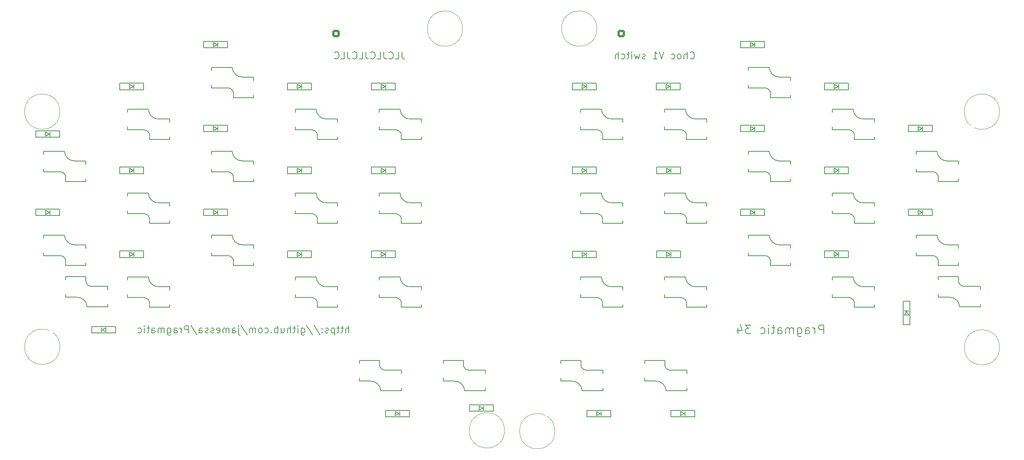
<source format=gbo>
%TF.GenerationSoftware,KiCad,Pcbnew,(6.0.7-1)-1*%
%TF.CreationDate,2022-09-05T18:02:16+08:00*%
%TF.ProjectId,Input,496e7075-742e-46b6-9963-61645f706362,2*%
%TF.SameCoordinates,PX7f2c270PY3f96138*%
%TF.FileFunction,Legend,Bot*%
%TF.FilePolarity,Positive*%
%FSLAX46Y46*%
G04 Gerber Fmt 4.6, Leading zero omitted, Abs format (unit mm)*
G04 Created by KiCad (PCBNEW (6.0.7-1)-1) date 2022-09-05 18:02:16*
%MOMM*%
%LPD*%
G01*
G04 APERTURE LIST*
G04 Aperture macros list*
%AMRoundRect*
0 Rectangle with rounded corners*
0 $1 Rounding radius*
0 $2 $3 $4 $5 $6 $7 $8 $9 X,Y pos of 4 corners*
0 Add a 4 corners polygon primitive as box body*
4,1,4,$2,$3,$4,$5,$6,$7,$8,$9,$2,$3,0*
0 Add four circle primitives for the rounded corners*
1,1,$1+$1,$2,$3*
1,1,$1+$1,$4,$5*
1,1,$1+$1,$6,$7*
1,1,$1+$1,$8,$9*
0 Add four rect primitives between the rounded corners*
20,1,$1+$1,$2,$3,$4,$5,0*
20,1,$1+$1,$4,$5,$6,$7,0*
20,1,$1+$1,$6,$7,$8,$9,0*
20,1,$1+$1,$8,$9,$2,$3,0*%
G04 Aperture macros list end*
%ADD10C,0.100000*%
%ADD11C,0.200000*%
%ADD12C,0.150000*%
%ADD13C,0.160000*%
%ADD14RoundRect,0.250000X0.600000X-0.600000X0.600000X0.600000X-0.600000X0.600000X-0.600000X-0.600000X0*%
%ADD15C,1.700000*%
%ADD16R,1.400000X1.000000*%
%ADD17C,3.000000*%
%ADD18C,3.200000*%
%ADD19O,2.000000X1.400000*%
%ADD20R,2.000000X2.600000*%
%ADD21C,2.000000*%
%ADD22R,1.000000X1.400000*%
G04 APERTURE END LIST*
D10*
X-79820000Y-1905000D02*
G75*
G03*
X-79820000Y-1905000I-4000000J0D01*
G01*
X32575000Y-74485000D02*
G75*
G03*
X32575000Y-74485000I-4000000J0D01*
G01*
X-79820000Y-55308000D02*
G75*
G03*
X-79820000Y-55308000I-4000000J0D01*
G01*
X11620000Y16955000D02*
G75*
G03*
X11620000Y16955000I-4000000J0D01*
G01*
X133540000Y-1905000D02*
G75*
G03*
X133540000Y-1905000I-4000000J0D01*
G01*
X21145000Y-74295000D02*
G75*
G03*
X21145000Y-74295000I-4000000J0D01*
G01*
X42100000Y16955000D02*
G75*
G03*
X42100000Y16955000I-4000000J0D01*
G01*
X133540000Y-55435000D02*
G75*
G03*
X133540000Y-55435000I-4000000J0D01*
G01*
D11*
X93581904Y-52339761D02*
X93581904Y-50339761D01*
X92820000Y-50339761D01*
X92629523Y-50435000D01*
X92534285Y-50530238D01*
X92439047Y-50720714D01*
X92439047Y-51006428D01*
X92534285Y-51196904D01*
X92629523Y-51292142D01*
X92820000Y-51387380D01*
X93581904Y-51387380D01*
X91581904Y-52339761D02*
X91581904Y-51006428D01*
X91581904Y-51387380D02*
X91486666Y-51196904D01*
X91391428Y-51101666D01*
X91200952Y-51006428D01*
X91010476Y-51006428D01*
X89486666Y-52339761D02*
X89486666Y-51292142D01*
X89581904Y-51101666D01*
X89772380Y-51006428D01*
X90153333Y-51006428D01*
X90343809Y-51101666D01*
X89486666Y-52244523D02*
X89677142Y-52339761D01*
X90153333Y-52339761D01*
X90343809Y-52244523D01*
X90439047Y-52054047D01*
X90439047Y-51863571D01*
X90343809Y-51673095D01*
X90153333Y-51577857D01*
X89677142Y-51577857D01*
X89486666Y-51482619D01*
X87677142Y-51006428D02*
X87677142Y-52625476D01*
X87772380Y-52815952D01*
X87867619Y-52911190D01*
X88058095Y-53006428D01*
X88343809Y-53006428D01*
X88534285Y-52911190D01*
X87677142Y-52244523D02*
X87867619Y-52339761D01*
X88248571Y-52339761D01*
X88439047Y-52244523D01*
X88534285Y-52149285D01*
X88629523Y-51958809D01*
X88629523Y-51387380D01*
X88534285Y-51196904D01*
X88439047Y-51101666D01*
X88248571Y-51006428D01*
X87867619Y-51006428D01*
X87677142Y-51101666D01*
X86724761Y-52339761D02*
X86724761Y-51006428D01*
X86724761Y-51196904D02*
X86629523Y-51101666D01*
X86439047Y-51006428D01*
X86153333Y-51006428D01*
X85962857Y-51101666D01*
X85867619Y-51292142D01*
X85867619Y-52339761D01*
X85867619Y-51292142D02*
X85772380Y-51101666D01*
X85581904Y-51006428D01*
X85296190Y-51006428D01*
X85105714Y-51101666D01*
X85010476Y-51292142D01*
X85010476Y-52339761D01*
X83200952Y-52339761D02*
X83200952Y-51292142D01*
X83296190Y-51101666D01*
X83486666Y-51006428D01*
X83867619Y-51006428D01*
X84058095Y-51101666D01*
X83200952Y-52244523D02*
X83391428Y-52339761D01*
X83867619Y-52339761D01*
X84058095Y-52244523D01*
X84153333Y-52054047D01*
X84153333Y-51863571D01*
X84058095Y-51673095D01*
X83867619Y-51577857D01*
X83391428Y-51577857D01*
X83200952Y-51482619D01*
X82534285Y-51006428D02*
X81772380Y-51006428D01*
X82248571Y-50339761D02*
X82248571Y-52054047D01*
X82153333Y-52244523D01*
X81962857Y-52339761D01*
X81772380Y-52339761D01*
X81105714Y-52339761D02*
X81105714Y-51006428D01*
X81105714Y-50339761D02*
X81200952Y-50435000D01*
X81105714Y-50530238D01*
X81010476Y-50435000D01*
X81105714Y-50339761D01*
X81105714Y-50530238D01*
X79296190Y-52244523D02*
X79486666Y-52339761D01*
X79867619Y-52339761D01*
X80058095Y-52244523D01*
X80153333Y-52149285D01*
X80248571Y-51958809D01*
X80248571Y-51387380D01*
X80153333Y-51196904D01*
X80058095Y-51101666D01*
X79867619Y-51006428D01*
X79486666Y-51006428D01*
X79296190Y-51101666D01*
X77105714Y-50339761D02*
X75867619Y-50339761D01*
X76534285Y-51101666D01*
X76248571Y-51101666D01*
X76058095Y-51196904D01*
X75962857Y-51292142D01*
X75867619Y-51482619D01*
X75867619Y-51958809D01*
X75962857Y-52149285D01*
X76058095Y-52244523D01*
X76248571Y-52339761D01*
X76820000Y-52339761D01*
X77010476Y-52244523D01*
X77105714Y-52149285D01*
X74153333Y-51006428D02*
X74153333Y-52339761D01*
X74629523Y-50244523D02*
X75105714Y-51673095D01*
X73867619Y-51673095D01*
D12*
D13*
X-2134524Y11671191D02*
X-2134524Y10528334D01*
X-2058334Y10299762D01*
X-1905953Y10147381D01*
X-1677381Y10071191D01*
X-1525000Y10071191D01*
X-3658334Y10071191D02*
X-2896429Y10071191D01*
X-2896429Y11671191D01*
X-5105953Y10223572D02*
X-5029762Y10147381D01*
X-4801191Y10071191D01*
X-4648810Y10071191D01*
X-4420239Y10147381D01*
X-4267858Y10299762D01*
X-4191667Y10452143D01*
X-4115477Y10756905D01*
X-4115477Y10985477D01*
X-4191667Y11290239D01*
X-4267858Y11442620D01*
X-4420239Y11595000D01*
X-4648810Y11671191D01*
X-4801191Y11671191D01*
X-5029762Y11595000D01*
X-5105953Y11518810D01*
X-6248810Y11671191D02*
X-6248810Y10528334D01*
X-6172620Y10299762D01*
X-6020239Y10147381D01*
X-5791667Y10071191D01*
X-5639286Y10071191D01*
X-7772620Y10071191D02*
X-7010715Y10071191D01*
X-7010715Y11671191D01*
X-9220239Y10223572D02*
X-9144048Y10147381D01*
X-8915477Y10071191D01*
X-8763096Y10071191D01*
X-8534524Y10147381D01*
X-8382143Y10299762D01*
X-8305953Y10452143D01*
X-8229762Y10756905D01*
X-8229762Y10985477D01*
X-8305953Y11290239D01*
X-8382143Y11442620D01*
X-8534524Y11595000D01*
X-8763096Y11671191D01*
X-8915477Y11671191D01*
X-9144048Y11595000D01*
X-9220239Y11518810D01*
X-10363096Y11671191D02*
X-10363096Y10528334D01*
X-10286905Y10299762D01*
X-10134524Y10147381D01*
X-9905953Y10071191D01*
X-9753572Y10071191D01*
X-11886905Y10071191D02*
X-11125000Y10071191D01*
X-11125000Y11671191D01*
X-13334524Y10223572D02*
X-13258334Y10147381D01*
X-13029762Y10071191D01*
X-12877381Y10071191D01*
X-12648810Y10147381D01*
X-12496429Y10299762D01*
X-12420239Y10452143D01*
X-12344048Y10756905D01*
X-12344048Y10985477D01*
X-12420239Y11290239D01*
X-12496429Y11442620D01*
X-12648810Y11595000D01*
X-12877381Y11671191D01*
X-13029762Y11671191D01*
X-13258334Y11595000D01*
X-13334524Y11518810D01*
X-14477381Y11671191D02*
X-14477381Y10528334D01*
X-14401191Y10299762D01*
X-14248810Y10147381D01*
X-14020239Y10071191D01*
X-13867858Y10071191D01*
X-16001191Y10071191D02*
X-15239286Y10071191D01*
X-15239286Y11671191D01*
X-17448810Y10223572D02*
X-17372620Y10147381D01*
X-17144048Y10071191D01*
X-16991667Y10071191D01*
X-16763096Y10147381D01*
X-16610715Y10299762D01*
X-16534524Y10452143D01*
X-16458334Y10756905D01*
X-16458334Y10985477D01*
X-16534524Y11290239D01*
X-16610715Y11442620D01*
X-16763096Y11595000D01*
X-16991667Y11671191D01*
X-17144048Y11671191D01*
X-17372620Y11595000D01*
X-17448810Y11518810D01*
X-14214286Y-52158809D02*
X-14214286Y-50558809D01*
X-14900000Y-52158809D02*
X-14900000Y-51320714D01*
X-14823810Y-51168333D01*
X-14671429Y-51092142D01*
X-14442858Y-51092142D01*
X-14290477Y-51168333D01*
X-14214286Y-51244523D01*
X-15433334Y-51092142D02*
X-16042858Y-51092142D01*
X-15661905Y-50558809D02*
X-15661905Y-51930238D01*
X-15738096Y-52082619D01*
X-15890477Y-52158809D01*
X-16042858Y-52158809D01*
X-16347620Y-51092142D02*
X-16957143Y-51092142D01*
X-16576191Y-50558809D02*
X-16576191Y-51930238D01*
X-16652381Y-52082619D01*
X-16804762Y-52158809D01*
X-16957143Y-52158809D01*
X-17490477Y-51092142D02*
X-17490477Y-52692142D01*
X-17490477Y-51168333D02*
X-17642858Y-51092142D01*
X-17947620Y-51092142D01*
X-18100000Y-51168333D01*
X-18176191Y-51244523D01*
X-18252381Y-51396904D01*
X-18252381Y-51854047D01*
X-18176191Y-52006428D01*
X-18100000Y-52082619D01*
X-17947620Y-52158809D01*
X-17642858Y-52158809D01*
X-17490477Y-52082619D01*
X-18861905Y-52082619D02*
X-19014286Y-52158809D01*
X-19319048Y-52158809D01*
X-19471429Y-52082619D01*
X-19547620Y-51930238D01*
X-19547620Y-51854047D01*
X-19471429Y-51701666D01*
X-19319048Y-51625476D01*
X-19090477Y-51625476D01*
X-18938096Y-51549285D01*
X-18861905Y-51396904D01*
X-18861905Y-51320714D01*
X-18938096Y-51168333D01*
X-19090477Y-51092142D01*
X-19319048Y-51092142D01*
X-19471429Y-51168333D01*
X-20233334Y-52006428D02*
X-20309524Y-52082619D01*
X-20233334Y-52158809D01*
X-20157143Y-52082619D01*
X-20233334Y-52006428D01*
X-20233334Y-52158809D01*
X-20233334Y-51168333D02*
X-20309524Y-51244523D01*
X-20233334Y-51320714D01*
X-20157143Y-51244523D01*
X-20233334Y-51168333D01*
X-20233334Y-51320714D01*
X-22138096Y-50482619D02*
X-20766667Y-52539761D01*
X-23814286Y-50482619D02*
X-22442858Y-52539761D01*
X-25033334Y-51092142D02*
X-25033334Y-52387380D01*
X-24957143Y-52539761D01*
X-24880953Y-52615952D01*
X-24728572Y-52692142D01*
X-24500000Y-52692142D01*
X-24347620Y-52615952D01*
X-25033334Y-52082619D02*
X-24880953Y-52158809D01*
X-24576191Y-52158809D01*
X-24423810Y-52082619D01*
X-24347620Y-52006428D01*
X-24271429Y-51854047D01*
X-24271429Y-51396904D01*
X-24347620Y-51244523D01*
X-24423810Y-51168333D01*
X-24576191Y-51092142D01*
X-24880953Y-51092142D01*
X-25033334Y-51168333D01*
X-25795239Y-52158809D02*
X-25795239Y-51092142D01*
X-25795239Y-50558809D02*
X-25719048Y-50635000D01*
X-25795239Y-50711190D01*
X-25871429Y-50635000D01*
X-25795239Y-50558809D01*
X-25795239Y-50711190D01*
X-26328572Y-51092142D02*
X-26938096Y-51092142D01*
X-26557143Y-50558809D02*
X-26557143Y-51930238D01*
X-26633334Y-52082619D01*
X-26785715Y-52158809D01*
X-26938096Y-52158809D01*
X-27471429Y-52158809D02*
X-27471429Y-50558809D01*
X-28157143Y-52158809D02*
X-28157143Y-51320714D01*
X-28080953Y-51168333D01*
X-27928572Y-51092142D01*
X-27700000Y-51092142D01*
X-27547620Y-51168333D01*
X-27471429Y-51244523D01*
X-29604762Y-51092142D02*
X-29604762Y-52158809D01*
X-28919048Y-51092142D02*
X-28919048Y-51930238D01*
X-28995239Y-52082619D01*
X-29147620Y-52158809D01*
X-29376191Y-52158809D01*
X-29528572Y-52082619D01*
X-29604762Y-52006428D01*
X-30366667Y-52158809D02*
X-30366667Y-50558809D01*
X-30366667Y-51168333D02*
X-30519048Y-51092142D01*
X-30823810Y-51092142D01*
X-30976191Y-51168333D01*
X-31052381Y-51244523D01*
X-31128572Y-51396904D01*
X-31128572Y-51854047D01*
X-31052381Y-52006428D01*
X-30976191Y-52082619D01*
X-30823810Y-52158809D01*
X-30519048Y-52158809D01*
X-30366667Y-52082619D01*
X-31814286Y-52006428D02*
X-31890477Y-52082619D01*
X-31814286Y-52158809D01*
X-31738096Y-52082619D01*
X-31814286Y-52006428D01*
X-31814286Y-52158809D01*
X-33261905Y-52082619D02*
X-33109524Y-52158809D01*
X-32804762Y-52158809D01*
X-32652381Y-52082619D01*
X-32576191Y-52006428D01*
X-32500000Y-51854047D01*
X-32500000Y-51396904D01*
X-32576191Y-51244523D01*
X-32652381Y-51168333D01*
X-32804762Y-51092142D01*
X-33109524Y-51092142D01*
X-33261905Y-51168333D01*
X-34176191Y-52158809D02*
X-34023810Y-52082619D01*
X-33947620Y-52006428D01*
X-33871429Y-51854047D01*
X-33871429Y-51396904D01*
X-33947620Y-51244523D01*
X-34023810Y-51168333D01*
X-34176191Y-51092142D01*
X-34404762Y-51092142D01*
X-34557143Y-51168333D01*
X-34633334Y-51244523D01*
X-34709524Y-51396904D01*
X-34709524Y-51854047D01*
X-34633334Y-52006428D01*
X-34557143Y-52082619D01*
X-34404762Y-52158809D01*
X-34176191Y-52158809D01*
X-35395239Y-52158809D02*
X-35395239Y-51092142D01*
X-35395239Y-51244523D02*
X-35471429Y-51168333D01*
X-35623810Y-51092142D01*
X-35852381Y-51092142D01*
X-36004762Y-51168333D01*
X-36080953Y-51320714D01*
X-36080953Y-52158809D01*
X-36080953Y-51320714D02*
X-36157143Y-51168333D01*
X-36309524Y-51092142D01*
X-36538096Y-51092142D01*
X-36690477Y-51168333D01*
X-36766667Y-51320714D01*
X-36766667Y-52158809D01*
X-38671429Y-50482619D02*
X-37300000Y-52539761D01*
X-39204762Y-51092142D02*
X-39204762Y-52463571D01*
X-39128572Y-52615952D01*
X-38976191Y-52692142D01*
X-38900000Y-52692142D01*
X-39204762Y-50558809D02*
X-39128572Y-50635000D01*
X-39204762Y-50711190D01*
X-39280953Y-50635000D01*
X-39204762Y-50558809D01*
X-39204762Y-50711190D01*
X-40652381Y-52158809D02*
X-40652381Y-51320714D01*
X-40576191Y-51168333D01*
X-40423810Y-51092142D01*
X-40119048Y-51092142D01*
X-39966667Y-51168333D01*
X-40652381Y-52082619D02*
X-40500000Y-52158809D01*
X-40119048Y-52158809D01*
X-39966667Y-52082619D01*
X-39890477Y-51930238D01*
X-39890477Y-51777857D01*
X-39966667Y-51625476D01*
X-40119048Y-51549285D01*
X-40500000Y-51549285D01*
X-40652381Y-51473095D01*
X-41414286Y-52158809D02*
X-41414286Y-51092142D01*
X-41414286Y-51244523D02*
X-41490477Y-51168333D01*
X-41642858Y-51092142D01*
X-41871429Y-51092142D01*
X-42023810Y-51168333D01*
X-42100000Y-51320714D01*
X-42100000Y-52158809D01*
X-42100000Y-51320714D02*
X-42176191Y-51168333D01*
X-42328572Y-51092142D01*
X-42557143Y-51092142D01*
X-42709524Y-51168333D01*
X-42785715Y-51320714D01*
X-42785715Y-52158809D01*
X-44157143Y-52082619D02*
X-44004762Y-52158809D01*
X-43700000Y-52158809D01*
X-43547620Y-52082619D01*
X-43471429Y-51930238D01*
X-43471429Y-51320714D01*
X-43547620Y-51168333D01*
X-43700000Y-51092142D01*
X-44004762Y-51092142D01*
X-44157143Y-51168333D01*
X-44233334Y-51320714D01*
X-44233334Y-51473095D01*
X-43471429Y-51625476D01*
X-44842858Y-52082619D02*
X-44995239Y-52158809D01*
X-45300000Y-52158809D01*
X-45452381Y-52082619D01*
X-45528572Y-51930238D01*
X-45528572Y-51854047D01*
X-45452381Y-51701666D01*
X-45300000Y-51625476D01*
X-45071429Y-51625476D01*
X-44919048Y-51549285D01*
X-44842858Y-51396904D01*
X-44842858Y-51320714D01*
X-44919048Y-51168333D01*
X-45071429Y-51092142D01*
X-45300000Y-51092142D01*
X-45452381Y-51168333D01*
X-46138096Y-52082619D02*
X-46290477Y-52158809D01*
X-46595239Y-52158809D01*
X-46747620Y-52082619D01*
X-46823810Y-51930238D01*
X-46823810Y-51854047D01*
X-46747620Y-51701666D01*
X-46595239Y-51625476D01*
X-46366667Y-51625476D01*
X-46214286Y-51549285D01*
X-46138096Y-51396904D01*
X-46138096Y-51320714D01*
X-46214286Y-51168333D01*
X-46366667Y-51092142D01*
X-46595239Y-51092142D01*
X-46747620Y-51168333D01*
X-48195239Y-52158809D02*
X-48195239Y-51320714D01*
X-48119048Y-51168333D01*
X-47966667Y-51092142D01*
X-47661905Y-51092142D01*
X-47509524Y-51168333D01*
X-48195239Y-52082619D02*
X-48042858Y-52158809D01*
X-47661905Y-52158809D01*
X-47509524Y-52082619D01*
X-47433334Y-51930238D01*
X-47433334Y-51777857D01*
X-47509524Y-51625476D01*
X-47661905Y-51549285D01*
X-48042858Y-51549285D01*
X-48195239Y-51473095D01*
X-50100000Y-50482619D02*
X-48728572Y-52539761D01*
X-50633334Y-52158809D02*
X-50633334Y-50558809D01*
X-51242858Y-50558809D01*
X-51395239Y-50635000D01*
X-51471429Y-50711190D01*
X-51547620Y-50863571D01*
X-51547620Y-51092142D01*
X-51471429Y-51244523D01*
X-51395239Y-51320714D01*
X-51242858Y-51396904D01*
X-50633334Y-51396904D01*
X-52233334Y-52158809D02*
X-52233334Y-51092142D01*
X-52233334Y-51396904D02*
X-52309524Y-51244523D01*
X-52385715Y-51168333D01*
X-52538096Y-51092142D01*
X-52690477Y-51092142D01*
X-53909524Y-52158809D02*
X-53909524Y-51320714D01*
X-53833334Y-51168333D01*
X-53680953Y-51092142D01*
X-53376191Y-51092142D01*
X-53223810Y-51168333D01*
X-53909524Y-52082619D02*
X-53757143Y-52158809D01*
X-53376191Y-52158809D01*
X-53223810Y-52082619D01*
X-53147620Y-51930238D01*
X-53147620Y-51777857D01*
X-53223810Y-51625476D01*
X-53376191Y-51549285D01*
X-53757143Y-51549285D01*
X-53909524Y-51473095D01*
X-55357143Y-51092142D02*
X-55357143Y-52387380D01*
X-55280953Y-52539761D01*
X-55204762Y-52615952D01*
X-55052381Y-52692142D01*
X-54823810Y-52692142D01*
X-54671429Y-52615952D01*
X-55357143Y-52082619D02*
X-55204762Y-52158809D01*
X-54900000Y-52158809D01*
X-54747620Y-52082619D01*
X-54671429Y-52006428D01*
X-54595239Y-51854047D01*
X-54595239Y-51396904D01*
X-54671429Y-51244523D01*
X-54747620Y-51168333D01*
X-54900000Y-51092142D01*
X-55204762Y-51092142D01*
X-55357143Y-51168333D01*
X-56119048Y-52158809D02*
X-56119048Y-51092142D01*
X-56119048Y-51244523D02*
X-56195239Y-51168333D01*
X-56347620Y-51092142D01*
X-56576191Y-51092142D01*
X-56728572Y-51168333D01*
X-56804762Y-51320714D01*
X-56804762Y-52158809D01*
X-56804762Y-51320714D02*
X-56880953Y-51168333D01*
X-57033334Y-51092142D01*
X-57261905Y-51092142D01*
X-57414286Y-51168333D01*
X-57490477Y-51320714D01*
X-57490477Y-52158809D01*
X-58938096Y-52158809D02*
X-58938096Y-51320714D01*
X-58861905Y-51168333D01*
X-58709524Y-51092142D01*
X-58404762Y-51092142D01*
X-58252381Y-51168333D01*
X-58938096Y-52082619D02*
X-58785715Y-52158809D01*
X-58404762Y-52158809D01*
X-58252381Y-52082619D01*
X-58176191Y-51930238D01*
X-58176191Y-51777857D01*
X-58252381Y-51625476D01*
X-58404762Y-51549285D01*
X-58785715Y-51549285D01*
X-58938096Y-51473095D01*
X-59471429Y-51092142D02*
X-60080953Y-51092142D01*
X-59700000Y-50558809D02*
X-59700000Y-51930238D01*
X-59776191Y-52082619D01*
X-59928572Y-52158809D01*
X-60080953Y-52158809D01*
X-60614286Y-52158809D02*
X-60614286Y-51092142D01*
X-60614286Y-50558809D02*
X-60538096Y-50635000D01*
X-60614286Y-50711190D01*
X-60690477Y-50635000D01*
X-60614286Y-50558809D01*
X-60614286Y-50711190D01*
X-62061905Y-52082619D02*
X-61909524Y-52158809D01*
X-61604762Y-52158809D01*
X-61452381Y-52082619D01*
X-61376191Y-52006428D01*
X-61300000Y-51854047D01*
X-61300000Y-51396904D01*
X-61376191Y-51244523D01*
X-61452381Y-51168333D01*
X-61604762Y-51092142D01*
X-61909524Y-51092142D01*
X-62061905Y-51168333D01*
D12*
D13*
X63283095Y10223572D02*
X63359285Y10147381D01*
X63587857Y10071191D01*
X63740238Y10071191D01*
X63968809Y10147381D01*
X64121190Y10299762D01*
X64197380Y10452143D01*
X64273571Y10756905D01*
X64273571Y10985477D01*
X64197380Y11290239D01*
X64121190Y11442620D01*
X63968809Y11595000D01*
X63740238Y11671191D01*
X63587857Y11671191D01*
X63359285Y11595000D01*
X63283095Y11518810D01*
X62597380Y10071191D02*
X62597380Y11671191D01*
X61911666Y10071191D02*
X61911666Y10909286D01*
X61987857Y11061667D01*
X62140238Y11137858D01*
X62368809Y11137858D01*
X62521190Y11061667D01*
X62597380Y10985477D01*
X60921190Y10071191D02*
X61073571Y10147381D01*
X61149761Y10223572D01*
X61225952Y10375953D01*
X61225952Y10833096D01*
X61149761Y10985477D01*
X61073571Y11061667D01*
X60921190Y11137858D01*
X60692619Y11137858D01*
X60540238Y11061667D01*
X60464047Y10985477D01*
X60387857Y10833096D01*
X60387857Y10375953D01*
X60464047Y10223572D01*
X60540238Y10147381D01*
X60692619Y10071191D01*
X60921190Y10071191D01*
X59016428Y10147381D02*
X59168809Y10071191D01*
X59473571Y10071191D01*
X59625952Y10147381D01*
X59702142Y10223572D01*
X59778333Y10375953D01*
X59778333Y10833096D01*
X59702142Y10985477D01*
X59625952Y11061667D01*
X59473571Y11137858D01*
X59168809Y11137858D01*
X59016428Y11061667D01*
X57340238Y11671191D02*
X56806904Y10071191D01*
X56273571Y11671191D01*
X54902142Y10071191D02*
X55816428Y10071191D01*
X55359285Y10071191D02*
X55359285Y11671191D01*
X55511666Y11442620D01*
X55664047Y11290239D01*
X55816428Y11214048D01*
X53073571Y10147381D02*
X52921190Y10071191D01*
X52616428Y10071191D01*
X52464047Y10147381D01*
X52387857Y10299762D01*
X52387857Y10375953D01*
X52464047Y10528334D01*
X52616428Y10604524D01*
X52845000Y10604524D01*
X52997380Y10680715D01*
X53073571Y10833096D01*
X53073571Y10909286D01*
X52997380Y11061667D01*
X52845000Y11137858D01*
X52616428Y11137858D01*
X52464047Y11061667D01*
X51854523Y11137858D02*
X51549761Y10071191D01*
X51245000Y10833096D01*
X50940238Y10071191D01*
X50635476Y11137858D01*
X50025952Y10071191D02*
X50025952Y11137858D01*
X50025952Y11671191D02*
X50102142Y11595000D01*
X50025952Y11518810D01*
X49949761Y11595000D01*
X50025952Y11671191D01*
X50025952Y11518810D01*
X49492619Y11137858D02*
X48883095Y11137858D01*
X49264047Y11671191D02*
X49264047Y10299762D01*
X49187857Y10147381D01*
X49035476Y10071191D01*
X48883095Y10071191D01*
X47664047Y10147381D02*
X47816428Y10071191D01*
X48121190Y10071191D01*
X48273571Y10147381D01*
X48349761Y10223572D01*
X48425952Y10375953D01*
X48425952Y10833096D01*
X48349761Y10985477D01*
X48273571Y11061667D01*
X48121190Y11137858D01*
X47816428Y11137858D01*
X47664047Y11061667D01*
X46978333Y10071191D02*
X46978333Y11671191D01*
X46292619Y10071191D02*
X46292619Y10909286D01*
X46368809Y11061667D01*
X46521190Y11137858D01*
X46749761Y11137858D01*
X46902142Y11061667D01*
X46978333Y10985477D01*
D12*
%TO.C,D1*%
X-83050000Y-6485000D02*
X-83050000Y-7485000D01*
X-85250000Y-6235000D02*
X-85250000Y-7735000D01*
X-82050000Y-6485000D02*
X-82050000Y-7485000D01*
X-83050000Y-7485000D02*
X-82150000Y-6985000D01*
X-79850000Y-6235000D02*
X-79850000Y-7735000D01*
X-82150000Y-6985000D02*
X-83050000Y-6485000D01*
X-79850000Y-7735000D02*
X-85250000Y-7735000D01*
X-85250000Y-6235000D02*
X-79850000Y-6235000D01*
%TO.C,D7*%
X60990000Y3060000D02*
X55590000Y3060000D01*
X57790000Y4310000D02*
X57790000Y3310000D01*
X58790000Y4310000D02*
X58790000Y3310000D01*
X57790000Y3310000D02*
X58690000Y3810000D01*
X55590000Y4560000D02*
X55590000Y3060000D01*
X55590000Y4560000D02*
X60990000Y4560000D01*
X60990000Y4560000D02*
X60990000Y3060000D01*
X58690000Y3810000D02*
X57790000Y4310000D01*
%TO.C,D8*%
X74770000Y14085000D02*
X74770000Y12585000D01*
X76970000Y12835000D02*
X77870000Y13335000D01*
X76970000Y13835000D02*
X76970000Y12835000D01*
X80170000Y14085000D02*
X80170000Y12585000D01*
X77970000Y13835000D02*
X77970000Y12835000D01*
X77870000Y13335000D02*
X76970000Y13835000D01*
X74770000Y14085000D02*
X80170000Y14085000D01*
X80170000Y12585000D02*
X74770000Y12585000D01*
%TO.C,SW1*%
X-78480000Y-17025000D02*
X-78480000Y-17725000D01*
X-73925000Y-17750000D02*
X-78475000Y-17750000D01*
X-83475000Y-14859000D02*
X-83475000Y-15550000D01*
X-73900000Y-13843000D02*
X-73900000Y-13843000D01*
X-73900000Y-17145000D02*
X-73900000Y-17725000D01*
X-83475000Y-10900000D02*
X-83475000Y-11557000D01*
X-79700000Y-15550000D02*
X-83475000Y-15550000D01*
X-78775000Y-10900000D02*
X-83475000Y-10900000D01*
X-73925000Y-13100000D02*
X-76475000Y-13100000D01*
X-73900000Y-13125000D02*
X-73900000Y-13843000D01*
X-78480000Y-16975000D02*
G75*
G03*
X-79700000Y-15555000I-1320000J100000D01*
G01*
X-78770000Y-10925000D02*
G75*
G03*
X-76400000Y-13095000I2270000J100000D01*
G01*
%TO.C,SW7*%
X62195000Y-1375000D02*
X57495000Y-1375000D01*
X67045000Y-3575000D02*
X64495000Y-3575000D01*
X67070000Y-7620000D02*
X67070000Y-8200000D01*
X67045000Y-8225000D02*
X62495000Y-8225000D01*
X67070000Y-3600000D02*
X67070000Y-4318000D01*
X62490000Y-7500000D02*
X62490000Y-8200000D01*
X57495000Y-1375000D02*
X57495000Y-2032000D01*
X57495000Y-5334000D02*
X57495000Y-6025000D01*
X67070000Y-4318000D02*
X67070000Y-4318000D01*
X61270000Y-6025000D02*
X57495000Y-6025000D01*
X62200000Y-1400000D02*
G75*
G03*
X64570000Y-3570000I2270000J100000D01*
G01*
X62490000Y-7450000D02*
G75*
G03*
X61270000Y-6030000I-1320000J100000D01*
G01*
%TO.C,SW8*%
X86120000Y1905000D02*
X86120000Y1325000D01*
X76545000Y8150000D02*
X76545000Y7493000D01*
X86095000Y5950000D02*
X83545000Y5950000D01*
X80320000Y3500000D02*
X76545000Y3500000D01*
X86095000Y1300000D02*
X81545000Y1300000D01*
X86120000Y5207000D02*
X86120000Y5207000D01*
X81245000Y8150000D02*
X76545000Y8150000D01*
X81540000Y2025000D02*
X81540000Y1325000D01*
X76545000Y4191000D02*
X76545000Y3500000D01*
X86120000Y5925000D02*
X86120000Y5207000D01*
X81540000Y2075000D02*
G75*
G03*
X80320000Y3495000I-1320000J100000D01*
G01*
X81250000Y8125000D02*
G75*
G03*
X83620000Y5955000I2270000J100000D01*
G01*
%TO.C,D2*%
X-66200000Y4560000D02*
X-60800000Y4560000D01*
X-64000000Y3310000D02*
X-63100000Y3810000D01*
X-63000000Y4310000D02*
X-63000000Y3310000D01*
X-66200000Y4560000D02*
X-66200000Y3060000D01*
X-63100000Y3810000D02*
X-64000000Y4310000D01*
X-64000000Y4310000D02*
X-64000000Y3310000D01*
X-60800000Y3060000D02*
X-66200000Y3060000D01*
X-60800000Y4560000D02*
X-60800000Y3060000D01*
%TO.C,SW2*%
X-59430000Y-7500000D02*
X-59430000Y-8200000D01*
X-60650000Y-6025000D02*
X-64425000Y-6025000D01*
X-64425000Y-5334000D02*
X-64425000Y-6025000D01*
X-64425000Y-1375000D02*
X-64425000Y-2032000D01*
X-54850000Y-7620000D02*
X-54850000Y-8200000D01*
X-59725000Y-1375000D02*
X-64425000Y-1375000D01*
X-54875000Y-8225000D02*
X-59425000Y-8225000D01*
X-54850000Y-3600000D02*
X-54850000Y-4318000D01*
X-54875000Y-3575000D02*
X-57425000Y-3575000D01*
X-54850000Y-4318000D02*
X-54850000Y-4318000D01*
X-59720000Y-1400000D02*
G75*
G03*
X-57350000Y-3570000I2270000J100000D01*
G01*
X-59430000Y-7450000D02*
G75*
G03*
X-60650000Y-6030000I-1320000J100000D01*
G01*
%TO.C,D3*%
X-47150000Y14085000D02*
X-41750000Y14085000D01*
X-41750000Y14085000D02*
X-41750000Y12585000D01*
X-44950000Y13835000D02*
X-44950000Y12835000D01*
X-47150000Y14085000D02*
X-47150000Y12585000D01*
X-41750000Y12585000D02*
X-47150000Y12585000D01*
X-44050000Y13335000D02*
X-44950000Y13835000D01*
X-43950000Y13835000D02*
X-43950000Y12835000D01*
X-44950000Y12835000D02*
X-44050000Y13335000D01*
%TO.C,D4*%
X-22700000Y3060000D02*
X-28100000Y3060000D01*
X-25000000Y3810000D02*
X-25900000Y4310000D01*
X-22700000Y4560000D02*
X-22700000Y3060000D01*
X-28100000Y4560000D02*
X-28100000Y3060000D01*
X-24900000Y4310000D02*
X-24900000Y3310000D01*
X-25900000Y3310000D02*
X-25000000Y3810000D01*
X-25900000Y4310000D02*
X-25900000Y3310000D01*
X-28100000Y4560000D02*
X-22700000Y4560000D01*
%TO.C,D5*%
X-9050000Y4560000D02*
X-3650000Y4560000D01*
X-6850000Y3310000D02*
X-5950000Y3810000D01*
X-3650000Y3060000D02*
X-9050000Y3060000D01*
X-5850000Y4310000D02*
X-5850000Y3310000D01*
X-9050000Y4560000D02*
X-9050000Y3060000D01*
X-3650000Y4560000D02*
X-3650000Y3060000D01*
X-5950000Y3810000D02*
X-6850000Y4310000D01*
X-6850000Y4310000D02*
X-6850000Y3310000D01*
%TO.C,D9*%
X99220000Y4560000D02*
X99220000Y3060000D01*
X96920000Y3810000D02*
X96020000Y4310000D01*
X99220000Y3060000D02*
X93820000Y3060000D01*
X93820000Y4560000D02*
X99220000Y4560000D01*
X97020000Y4310000D02*
X97020000Y3310000D01*
X96020000Y4310000D02*
X96020000Y3310000D01*
X93820000Y4560000D02*
X93820000Y3060000D01*
X96020000Y3310000D02*
X96920000Y3810000D01*
%TO.C,D10*%
X118270000Y-6465000D02*
X112870000Y-6465000D01*
X118270000Y-4965000D02*
X118270000Y-6465000D01*
X116070000Y-5215000D02*
X116070000Y-6215000D01*
X112870000Y-4965000D02*
X112870000Y-6465000D01*
X115070000Y-5215000D02*
X115070000Y-6215000D01*
X112870000Y-4965000D02*
X118270000Y-4965000D01*
X115070000Y-6215000D02*
X115970000Y-5715000D01*
X115970000Y-5715000D02*
X115070000Y-5215000D01*
%TO.C,D11*%
X-83050000Y-25265000D02*
X-82150000Y-24765000D01*
X-85250000Y-24015000D02*
X-85250000Y-25515000D01*
X-83050000Y-24265000D02*
X-83050000Y-25265000D01*
X-79850000Y-24015000D02*
X-79850000Y-25515000D01*
X-79850000Y-25515000D02*
X-85250000Y-25515000D01*
X-82150000Y-24765000D02*
X-83050000Y-24265000D01*
X-82050000Y-24265000D02*
X-82050000Y-25265000D01*
X-85250000Y-24015000D02*
X-79850000Y-24015000D01*
%TO.C,D13*%
X-41750000Y-6465000D02*
X-47150000Y-6465000D01*
X-44950000Y-5215000D02*
X-44950000Y-6215000D01*
X-43950000Y-5215000D02*
X-43950000Y-6215000D01*
X-47150000Y-4965000D02*
X-41750000Y-4965000D01*
X-44950000Y-6215000D02*
X-44050000Y-5715000D01*
X-44050000Y-5715000D02*
X-44950000Y-5215000D01*
X-47150000Y-4965000D02*
X-47150000Y-6465000D01*
X-41750000Y-4965000D02*
X-41750000Y-6465000D01*
%TO.C,D14*%
X-25900000Y-15740000D02*
X-25000000Y-15240000D01*
X-25000000Y-15240000D02*
X-25900000Y-14740000D01*
X-25900000Y-14740000D02*
X-25900000Y-15740000D01*
X-22700000Y-15990000D02*
X-28100000Y-15990000D01*
X-28100000Y-14490000D02*
X-22700000Y-14490000D01*
X-24900000Y-14740000D02*
X-24900000Y-15740000D01*
X-22700000Y-14490000D02*
X-22700000Y-15990000D01*
X-28100000Y-14490000D02*
X-28100000Y-15990000D01*
%TO.C,D15*%
X-5950000Y-15240000D02*
X-6850000Y-14740000D01*
X-6850000Y-15740000D02*
X-5950000Y-15240000D01*
X-6850000Y-14740000D02*
X-6850000Y-15740000D01*
X-3650000Y-14490000D02*
X-3650000Y-15990000D01*
X-9050000Y-14490000D02*
X-9050000Y-15990000D01*
X-3650000Y-15990000D02*
X-9050000Y-15990000D01*
X-9050000Y-14490000D02*
X-3650000Y-14490000D01*
X-5850000Y-14740000D02*
X-5850000Y-15740000D01*
%TO.C,D16*%
X41940000Y-14490000D02*
X41940000Y-15990000D01*
X36540000Y-14490000D02*
X41940000Y-14490000D01*
X38740000Y-14740000D02*
X38740000Y-15740000D01*
X41940000Y-15990000D02*
X36540000Y-15990000D01*
X36540000Y-14490000D02*
X36540000Y-15990000D01*
X39740000Y-14740000D02*
X39740000Y-15740000D01*
X39640000Y-15240000D02*
X38740000Y-14740000D01*
X38740000Y-15740000D02*
X39640000Y-15240000D01*
%TO.C,D17*%
X57920000Y-15740000D02*
X58820000Y-15240000D01*
X61120000Y-14490000D02*
X61120000Y-15990000D01*
X58920000Y-14740000D02*
X58920000Y-15740000D01*
X55720000Y-14490000D02*
X61120000Y-14490000D01*
X61120000Y-15990000D02*
X55720000Y-15990000D01*
X55720000Y-14490000D02*
X55720000Y-15990000D01*
X57920000Y-14740000D02*
X57920000Y-15740000D01*
X58820000Y-15240000D02*
X57920000Y-14740000D01*
%TO.C,D22*%
X-63100000Y-34290000D02*
X-64000000Y-33790000D01*
X-66200000Y-33540000D02*
X-60800000Y-33540000D01*
X-60800000Y-33540000D02*
X-60800000Y-35040000D01*
X-64000000Y-34790000D02*
X-63100000Y-34290000D01*
X-66200000Y-33540000D02*
X-66200000Y-35040000D01*
X-64000000Y-33790000D02*
X-64000000Y-34790000D01*
X-63000000Y-33790000D02*
X-63000000Y-34790000D01*
X-60800000Y-35040000D02*
X-66200000Y-35040000D01*
%TO.C,D23*%
X-43950000Y-24265000D02*
X-43950000Y-25265000D01*
X-44950000Y-25265000D02*
X-44050000Y-24765000D01*
X-41750000Y-24015000D02*
X-41750000Y-25515000D01*
X-47150000Y-24015000D02*
X-41750000Y-24015000D01*
X-41750000Y-25515000D02*
X-47150000Y-25515000D01*
X-44950000Y-24265000D02*
X-44950000Y-25265000D01*
X-47150000Y-24015000D02*
X-47150000Y-25515000D01*
X-44050000Y-24765000D02*
X-44950000Y-24265000D01*
%TO.C,SW3*%
X-35825000Y1300000D02*
X-40375000Y1300000D01*
X-45375000Y8150000D02*
X-45375000Y7493000D01*
X-35825000Y5950000D02*
X-38375000Y5950000D01*
X-35800000Y1905000D02*
X-35800000Y1325000D01*
X-45375000Y4191000D02*
X-45375000Y3500000D01*
X-35800000Y5207000D02*
X-35800000Y5207000D01*
X-35800000Y5925000D02*
X-35800000Y5207000D01*
X-40380000Y2025000D02*
X-40380000Y1325000D01*
X-41600000Y3500000D02*
X-45375000Y3500000D01*
X-40675000Y8150000D02*
X-45375000Y8150000D01*
X-40670000Y8125000D02*
G75*
G03*
X-38300000Y5955000I2270000J100000D01*
G01*
X-40380000Y2075000D02*
G75*
G03*
X-41600000Y3495000I-1320000J100000D01*
G01*
%TO.C,SW4*%
X-16775000Y-3575000D02*
X-19325000Y-3575000D01*
X-22550000Y-6025000D02*
X-26325000Y-6025000D01*
X-21625000Y-1375000D02*
X-26325000Y-1375000D01*
X-16750000Y-7620000D02*
X-16750000Y-8200000D01*
X-16750000Y-3600000D02*
X-16750000Y-4318000D01*
X-26325000Y-5334000D02*
X-26325000Y-6025000D01*
X-16775000Y-8225000D02*
X-21325000Y-8225000D01*
X-16750000Y-4318000D02*
X-16750000Y-4318000D01*
X-26325000Y-1375000D02*
X-26325000Y-2032000D01*
X-21330000Y-7500000D02*
X-21330000Y-8200000D01*
X-21330000Y-7450000D02*
G75*
G03*
X-22550000Y-6030000I-1320000J100000D01*
G01*
X-21620000Y-1400000D02*
G75*
G03*
X-19250000Y-3570000I2270000J100000D01*
G01*
%TO.C,SW5*%
X2300000Y-7620000D02*
X2300000Y-8200000D01*
X2275000Y-3575000D02*
X-275000Y-3575000D01*
X-7275000Y-5334000D02*
X-7275000Y-6025000D01*
X2300000Y-4318000D02*
X2300000Y-4318000D01*
X2300000Y-3600000D02*
X2300000Y-4318000D01*
X2275000Y-8225000D02*
X-2275000Y-8225000D01*
X-2280000Y-7500000D02*
X-2280000Y-8200000D01*
X-7275000Y-1375000D02*
X-7275000Y-2032000D01*
X-2575000Y-1375000D02*
X-7275000Y-1375000D01*
X-3500000Y-6025000D02*
X-7275000Y-6025000D01*
X-2570000Y-1400000D02*
G75*
G03*
X-200000Y-3570000I2270000J100000D01*
G01*
X-2280000Y-7450000D02*
G75*
G03*
X-3500000Y-6030000I-1320000J100000D01*
G01*
%TO.C,SW9*%
X99370000Y-6025000D02*
X95595000Y-6025000D01*
X105170000Y-7620000D02*
X105170000Y-8200000D01*
X105145000Y-3575000D02*
X102595000Y-3575000D01*
X95595000Y-5334000D02*
X95595000Y-6025000D01*
X100295000Y-1375000D02*
X95595000Y-1375000D01*
X100590000Y-7500000D02*
X100590000Y-8200000D01*
X95595000Y-1375000D02*
X95595000Y-2032000D01*
X105170000Y-3600000D02*
X105170000Y-4318000D01*
X105145000Y-8225000D02*
X100595000Y-8225000D01*
X105170000Y-4318000D02*
X105170000Y-4318000D01*
X100590000Y-7450000D02*
G75*
G03*
X99370000Y-6030000I-1320000J100000D01*
G01*
X100300000Y-1400000D02*
G75*
G03*
X102670000Y-3570000I2270000J100000D01*
G01*
%TO.C,SW10*%
X118420000Y-15550000D02*
X114645000Y-15550000D01*
X124195000Y-17750000D02*
X119645000Y-17750000D01*
X114645000Y-14859000D02*
X114645000Y-15550000D01*
X114645000Y-10900000D02*
X114645000Y-11557000D01*
X124195000Y-13100000D02*
X121645000Y-13100000D01*
X124220000Y-17145000D02*
X124220000Y-17725000D01*
X119640000Y-17025000D02*
X119640000Y-17725000D01*
X119345000Y-10900000D02*
X114645000Y-10900000D01*
X124220000Y-13125000D02*
X124220000Y-13843000D01*
X124220000Y-13843000D02*
X124220000Y-13843000D01*
X119350000Y-10925000D02*
G75*
G03*
X121720000Y-13095000I2270000J100000D01*
G01*
X119640000Y-16975000D02*
G75*
G03*
X118420000Y-15555000I-1320000J100000D01*
G01*
%TO.C,SW11*%
X-83475000Y-29950000D02*
X-83475000Y-30607000D01*
X-78480000Y-36075000D02*
X-78480000Y-36775000D01*
X-73925000Y-36800000D02*
X-78475000Y-36800000D01*
X-73900000Y-36195000D02*
X-73900000Y-36775000D01*
X-79700000Y-34600000D02*
X-83475000Y-34600000D01*
X-73900000Y-32893000D02*
X-73900000Y-32893000D01*
X-78775000Y-29950000D02*
X-83475000Y-29950000D01*
X-73900000Y-32175000D02*
X-73900000Y-32893000D01*
X-73925000Y-32150000D02*
X-76475000Y-32150000D01*
X-83475000Y-33909000D02*
X-83475000Y-34600000D01*
X-78770000Y-29975000D02*
G75*
G03*
X-76400000Y-32145000I2270000J100000D01*
G01*
X-78480000Y-36025000D02*
G75*
G03*
X-79700000Y-34605000I-1320000J100000D01*
G01*
%TO.C,SW13*%
X-35825000Y-17750000D02*
X-40375000Y-17750000D01*
X-41600000Y-15550000D02*
X-45375000Y-15550000D01*
X-35825000Y-13100000D02*
X-38375000Y-13100000D01*
X-45375000Y-14859000D02*
X-45375000Y-15550000D01*
X-35800000Y-13125000D02*
X-35800000Y-13843000D01*
X-35800000Y-17145000D02*
X-35800000Y-17725000D01*
X-40675000Y-10900000D02*
X-45375000Y-10900000D01*
X-40380000Y-17025000D02*
X-40380000Y-17725000D01*
X-35800000Y-13843000D02*
X-35800000Y-13843000D01*
X-45375000Y-10900000D02*
X-45375000Y-11557000D01*
X-40670000Y-10925000D02*
G75*
G03*
X-38300000Y-13095000I2270000J100000D01*
G01*
X-40380000Y-16975000D02*
G75*
G03*
X-41600000Y-15555000I-1320000J100000D01*
G01*
%TO.C,SW14*%
X-26325000Y-20425000D02*
X-26325000Y-21082000D01*
X-21625000Y-20425000D02*
X-26325000Y-20425000D01*
X-16750000Y-26670000D02*
X-16750000Y-27250000D01*
X-16775000Y-22625000D02*
X-19325000Y-22625000D01*
X-22550000Y-25075000D02*
X-26325000Y-25075000D01*
X-16775000Y-27275000D02*
X-21325000Y-27275000D01*
X-16750000Y-22650000D02*
X-16750000Y-23368000D01*
X-26325000Y-24384000D02*
X-26325000Y-25075000D01*
X-21330000Y-26550000D02*
X-21330000Y-27250000D01*
X-16750000Y-23368000D02*
X-16750000Y-23368000D01*
X-21330000Y-26500000D02*
G75*
G03*
X-22550000Y-25080000I-1320000J100000D01*
G01*
X-21620000Y-20450000D02*
G75*
G03*
X-19250000Y-22620000I2270000J100000D01*
G01*
%TO.C,SW15*%
X-7275000Y-20425000D02*
X-7275000Y-21082000D01*
X2275000Y-27275000D02*
X-2275000Y-27275000D01*
X2300000Y-22650000D02*
X2300000Y-23368000D01*
X-7275000Y-24384000D02*
X-7275000Y-25075000D01*
X2300000Y-23368000D02*
X2300000Y-23368000D01*
X-2280000Y-26550000D02*
X-2280000Y-27250000D01*
X2275000Y-22625000D02*
X-275000Y-22625000D01*
X-3500000Y-25075000D02*
X-7275000Y-25075000D01*
X-2575000Y-20425000D02*
X-7275000Y-20425000D01*
X2300000Y-26670000D02*
X2300000Y-27250000D01*
X-2570000Y-20450000D02*
G75*
G03*
X-200000Y-22620000I2270000J100000D01*
G01*
X-2280000Y-26500000D02*
G75*
G03*
X-3500000Y-25080000I-1320000J100000D01*
G01*
%TO.C,SW16*%
X47995000Y-27275000D02*
X43445000Y-27275000D01*
X43145000Y-20425000D02*
X38445000Y-20425000D01*
X48020000Y-23368000D02*
X48020000Y-23368000D01*
X42220000Y-25075000D02*
X38445000Y-25075000D01*
X48020000Y-22650000D02*
X48020000Y-23368000D01*
X48020000Y-26670000D02*
X48020000Y-27250000D01*
X43440000Y-26550000D02*
X43440000Y-27250000D01*
X47995000Y-22625000D02*
X45445000Y-22625000D01*
X38445000Y-24384000D02*
X38445000Y-25075000D01*
X38445000Y-20425000D02*
X38445000Y-21082000D01*
X43440000Y-26500000D02*
G75*
G03*
X42220000Y-25080000I-1320000J100000D01*
G01*
X43150000Y-20450000D02*
G75*
G03*
X45520000Y-22620000I2270000J100000D01*
G01*
%TO.C,SW17*%
X57495000Y-24384000D02*
X57495000Y-25075000D01*
X57495000Y-20425000D02*
X57495000Y-21082000D01*
X61270000Y-25075000D02*
X57495000Y-25075000D01*
X67045000Y-27275000D02*
X62495000Y-27275000D01*
X67045000Y-22625000D02*
X64495000Y-22625000D01*
X67070000Y-23368000D02*
X67070000Y-23368000D01*
X62490000Y-26550000D02*
X62490000Y-27250000D01*
X67070000Y-26670000D02*
X67070000Y-27250000D01*
X67070000Y-22650000D02*
X67070000Y-23368000D01*
X62195000Y-20425000D02*
X57495000Y-20425000D01*
X62200000Y-20450000D02*
G75*
G03*
X64570000Y-22620000I2270000J100000D01*
G01*
X62490000Y-26500000D02*
G75*
G03*
X61270000Y-25080000I-1320000J100000D01*
G01*
%TO.C,SW22*%
X-54850000Y-45720000D02*
X-54850000Y-46300000D01*
X-64425000Y-39475000D02*
X-64425000Y-40132000D01*
X-60650000Y-44125000D02*
X-64425000Y-44125000D01*
X-54875000Y-46325000D02*
X-59425000Y-46325000D01*
X-54850000Y-42418000D02*
X-54850000Y-42418000D01*
X-54875000Y-41675000D02*
X-57425000Y-41675000D01*
X-59430000Y-45600000D02*
X-59430000Y-46300000D01*
X-59725000Y-39475000D02*
X-64425000Y-39475000D01*
X-64425000Y-43434000D02*
X-64425000Y-44125000D01*
X-54850000Y-41700000D02*
X-54850000Y-42418000D01*
X-59430000Y-45550000D02*
G75*
G03*
X-60650000Y-44130000I-1320000J100000D01*
G01*
X-59720000Y-39500000D02*
G75*
G03*
X-57350000Y-41670000I2270000J100000D01*
G01*
%TO.C,SW23*%
X-35825000Y-36800000D02*
X-40375000Y-36800000D01*
X-40675000Y-29950000D02*
X-45375000Y-29950000D01*
X-41600000Y-34600000D02*
X-45375000Y-34600000D01*
X-45375000Y-33909000D02*
X-45375000Y-34600000D01*
X-35800000Y-32175000D02*
X-35800000Y-32893000D01*
X-35800000Y-36195000D02*
X-35800000Y-36775000D01*
X-35825000Y-32150000D02*
X-38375000Y-32150000D01*
X-40380000Y-36075000D02*
X-40380000Y-36775000D01*
X-35800000Y-32893000D02*
X-35800000Y-32893000D01*
X-45375000Y-29950000D02*
X-45375000Y-30607000D01*
X-40380000Y-36025000D02*
G75*
G03*
X-41600000Y-34605000I-1320000J100000D01*
G01*
X-40670000Y-29975000D02*
G75*
G03*
X-38300000Y-32145000I2270000J100000D01*
G01*
%TO.C,SW28*%
X86120000Y-32893000D02*
X86120000Y-32893000D01*
X86120000Y-36195000D02*
X86120000Y-36775000D01*
X86095000Y-32150000D02*
X83545000Y-32150000D01*
X81245000Y-29950000D02*
X76545000Y-29950000D01*
X80320000Y-34600000D02*
X76545000Y-34600000D01*
X76545000Y-33909000D02*
X76545000Y-34600000D01*
X81540000Y-36075000D02*
X81540000Y-36775000D01*
X86095000Y-36800000D02*
X81545000Y-36800000D01*
X76545000Y-29950000D02*
X76545000Y-30607000D01*
X86120000Y-32175000D02*
X86120000Y-32893000D01*
X81540000Y-36025000D02*
G75*
G03*
X80320000Y-34605000I-1320000J100000D01*
G01*
X81250000Y-29975000D02*
G75*
G03*
X83620000Y-32145000I2270000J100000D01*
G01*
%TO.C,SW33*%
X43470000Y-61341000D02*
X43470000Y-60650000D01*
X38770000Y-65300000D02*
X43470000Y-65300000D01*
X33895000Y-59055000D02*
X33895000Y-58475000D01*
X33920000Y-63100000D02*
X36470000Y-63100000D01*
X33895000Y-62357000D02*
X33895000Y-62357000D01*
X39695000Y-60650000D02*
X43470000Y-60650000D01*
X33920000Y-58450000D02*
X38470000Y-58450000D01*
X33895000Y-63075000D02*
X33895000Y-62357000D01*
X43470000Y-65300000D02*
X43470000Y-64643000D01*
X38475000Y-59175000D02*
X38475000Y-58475000D01*
X38765000Y-65275000D02*
G75*
G03*
X36395000Y-63105000I-2270000J-100000D01*
G01*
X38475000Y-59225000D02*
G75*
G03*
X39695000Y-60645000I1320000J-100000D01*
G01*
%TO.C,D27*%
X61120000Y-33540000D02*
X61120000Y-35040000D01*
X55720000Y-33540000D02*
X61120000Y-33540000D01*
X58820000Y-34290000D02*
X57920000Y-33790000D01*
X57920000Y-34790000D02*
X58820000Y-34290000D01*
X57920000Y-33790000D02*
X57920000Y-34790000D01*
X58920000Y-33790000D02*
X58920000Y-34790000D01*
X61120000Y-35040000D02*
X55720000Y-35040000D01*
X55720000Y-33540000D02*
X55720000Y-35040000D01*
%TO.C,D20*%
X118270000Y-25515000D02*
X112870000Y-25515000D01*
X112870000Y-24015000D02*
X112870000Y-25515000D01*
X112870000Y-24015000D02*
X118270000Y-24015000D01*
X115970000Y-24765000D02*
X115070000Y-24265000D01*
X118270000Y-24015000D02*
X118270000Y-25515000D01*
X115070000Y-24265000D02*
X115070000Y-25265000D01*
X115070000Y-25265000D02*
X115970000Y-24765000D01*
X116070000Y-24265000D02*
X116070000Y-25265000D01*
%TO.C,SW20*%
X124195000Y-32150000D02*
X121645000Y-32150000D01*
X124220000Y-36195000D02*
X124220000Y-36775000D01*
X118420000Y-34600000D02*
X114645000Y-34600000D01*
X124220000Y-32893000D02*
X124220000Y-32893000D01*
X124195000Y-36800000D02*
X119645000Y-36800000D01*
X114645000Y-33909000D02*
X114645000Y-34600000D01*
X119345000Y-29950000D02*
X114645000Y-29950000D01*
X119640000Y-36075000D02*
X119640000Y-36775000D01*
X124220000Y-32175000D02*
X124220000Y-32893000D01*
X114645000Y-29950000D02*
X114645000Y-30607000D01*
X119350000Y-29975000D02*
G75*
G03*
X121720000Y-32145000I2270000J100000D01*
G01*
X119640000Y-36025000D02*
G75*
G03*
X118420000Y-34605000I-1320000J100000D01*
G01*
%TO.C,D21*%
X-70350000Y-51935000D02*
X-70350000Y-50935000D01*
X-67150000Y-52185000D02*
X-67150000Y-50685000D01*
X-67150000Y-52185000D02*
X-72550000Y-52185000D01*
X-70250000Y-51435000D02*
X-69350000Y-51935000D01*
X-69350000Y-50935000D02*
X-70250000Y-51435000D01*
X-69350000Y-51935000D02*
X-69350000Y-50935000D01*
X-72550000Y-50685000D02*
X-67150000Y-50685000D01*
X-72550000Y-52185000D02*
X-72550000Y-50685000D01*
%TO.C,D28*%
X74770000Y-24015000D02*
X80170000Y-24015000D01*
X77870000Y-24765000D02*
X76970000Y-24265000D01*
X80170000Y-25515000D02*
X74770000Y-25515000D01*
X76970000Y-24265000D02*
X76970000Y-25265000D01*
X76970000Y-25265000D02*
X77870000Y-24765000D01*
X80170000Y-24015000D02*
X80170000Y-25515000D01*
X77970000Y-24265000D02*
X77970000Y-25265000D01*
X74770000Y-24015000D02*
X74770000Y-25515000D01*
%TO.C,SW19*%
X99370000Y-25075000D02*
X95595000Y-25075000D01*
X100295000Y-20425000D02*
X95595000Y-20425000D01*
X105145000Y-27275000D02*
X100595000Y-27275000D01*
X105145000Y-22625000D02*
X102595000Y-22625000D01*
X95595000Y-24384000D02*
X95595000Y-25075000D01*
X100590000Y-26550000D02*
X100590000Y-27250000D01*
X105170000Y-26670000D02*
X105170000Y-27250000D01*
X105170000Y-23368000D02*
X105170000Y-23368000D01*
X95595000Y-20425000D02*
X95595000Y-21082000D01*
X105170000Y-22650000D02*
X105170000Y-23368000D01*
X100300000Y-20450000D02*
G75*
G03*
X102670000Y-22620000I2270000J100000D01*
G01*
X100590000Y-26500000D02*
G75*
G03*
X99370000Y-25080000I-1320000J100000D01*
G01*
%TO.C,SW26*%
X42220000Y-44125000D02*
X38445000Y-44125000D01*
X43145000Y-39475000D02*
X38445000Y-39475000D01*
X38445000Y-39475000D02*
X38445000Y-40132000D01*
X38445000Y-43434000D02*
X38445000Y-44125000D01*
X47995000Y-41675000D02*
X45445000Y-41675000D01*
X48020000Y-45720000D02*
X48020000Y-46300000D01*
X43440000Y-45600000D02*
X43440000Y-46300000D01*
X48020000Y-41700000D02*
X48020000Y-42418000D01*
X48020000Y-42418000D02*
X48020000Y-42418000D01*
X47995000Y-46325000D02*
X43445000Y-46325000D01*
X43150000Y-39500000D02*
G75*
G03*
X45520000Y-41670000I2270000J100000D01*
G01*
X43440000Y-45550000D02*
G75*
G03*
X42220000Y-44130000I-1320000J100000D01*
G01*
%TO.C,SW31*%
X-11800000Y-63100000D02*
X-9250000Y-63100000D01*
X-6025000Y-60650000D02*
X-2250000Y-60650000D01*
X-11825000Y-59055000D02*
X-11825000Y-58475000D01*
X-7245000Y-59175000D02*
X-7245000Y-58475000D01*
X-2250000Y-61341000D02*
X-2250000Y-60650000D01*
X-2250000Y-65300000D02*
X-2250000Y-64643000D01*
X-6950000Y-65300000D02*
X-2250000Y-65300000D01*
X-11800000Y-58450000D02*
X-7250000Y-58450000D01*
X-11825000Y-63075000D02*
X-11825000Y-62357000D01*
X-11825000Y-62357000D02*
X-11825000Y-62357000D01*
X-6955000Y-65275000D02*
G75*
G03*
X-9325000Y-63105000I-2270000J-100000D01*
G01*
X-7245000Y-59225000D02*
G75*
G03*
X-6025000Y-60645000I1320000J-100000D01*
G01*
%TO.C,D25*%
X-5850000Y-33790000D02*
X-5850000Y-34790000D01*
X-3650000Y-33540000D02*
X-3650000Y-35040000D01*
X-9050000Y-33540000D02*
X-9050000Y-35040000D01*
X-6850000Y-33790000D02*
X-6850000Y-34790000D01*
X-9050000Y-33540000D02*
X-3650000Y-33540000D01*
X-5950000Y-34290000D02*
X-6850000Y-33790000D01*
X-6850000Y-34790000D02*
X-5950000Y-34290000D01*
X-3650000Y-35040000D02*
X-9050000Y-35040000D01*
%TO.C,SW34*%
X62520000Y-65300000D02*
X62520000Y-64643000D01*
X57525000Y-59175000D02*
X57525000Y-58475000D01*
X52970000Y-63100000D02*
X55520000Y-63100000D01*
X57820000Y-65300000D02*
X62520000Y-65300000D01*
X62520000Y-61341000D02*
X62520000Y-60650000D01*
X52945000Y-63075000D02*
X52945000Y-62357000D01*
X52945000Y-59055000D02*
X52945000Y-58475000D01*
X58745000Y-60650000D02*
X62520000Y-60650000D01*
X52945000Y-62357000D02*
X52945000Y-62357000D01*
X52970000Y-58450000D02*
X57520000Y-58450000D01*
X57815000Y-65275000D02*
G75*
G03*
X55445000Y-63105000I-2270000J-100000D01*
G01*
X57525000Y-59225000D02*
G75*
G03*
X58745000Y-60645000I1320000J-100000D01*
G01*
%TO.C,D12*%
X-66200000Y-14490000D02*
X-60800000Y-14490000D01*
X-63000000Y-14740000D02*
X-63000000Y-15740000D01*
X-64000000Y-14740000D02*
X-64000000Y-15740000D01*
X-64000000Y-15740000D02*
X-63100000Y-15240000D01*
X-60800000Y-14490000D02*
X-60800000Y-15990000D01*
X-63100000Y-15240000D02*
X-64000000Y-14740000D01*
X-60800000Y-15990000D02*
X-66200000Y-15990000D01*
X-66200000Y-14490000D02*
X-66200000Y-15990000D01*
%TO.C,D33*%
X45245000Y-71235000D02*
X39845000Y-71235000D01*
X45245000Y-69735000D02*
X45245000Y-71235000D01*
X43045000Y-69985000D02*
X43045000Y-70985000D01*
X42945000Y-70485000D02*
X42045000Y-69985000D01*
X39845000Y-69735000D02*
X45245000Y-69735000D01*
X42045000Y-70985000D02*
X42945000Y-70485000D01*
X39845000Y-69735000D02*
X39845000Y-71235000D01*
X42045000Y-69985000D02*
X42045000Y-70985000D01*
%TO.C,SW27*%
X57495000Y-43434000D02*
X57495000Y-44125000D01*
X67045000Y-46325000D02*
X62495000Y-46325000D01*
X67070000Y-41700000D02*
X67070000Y-42418000D01*
X67045000Y-41675000D02*
X64495000Y-41675000D01*
X57495000Y-39475000D02*
X57495000Y-40132000D01*
X67070000Y-45720000D02*
X67070000Y-46300000D01*
X62195000Y-39475000D02*
X57495000Y-39475000D01*
X62490000Y-45600000D02*
X62490000Y-46300000D01*
X61270000Y-44125000D02*
X57495000Y-44125000D01*
X67070000Y-42418000D02*
X67070000Y-42418000D01*
X62200000Y-39500000D02*
G75*
G03*
X64570000Y-41670000I2270000J100000D01*
G01*
X62490000Y-45550000D02*
G75*
G03*
X61270000Y-44130000I-1320000J100000D01*
G01*
%TO.C,D26*%
X39740000Y-33825000D02*
X39740000Y-34825000D01*
X39640000Y-34325000D02*
X38740000Y-33825000D01*
X36540000Y-33575000D02*
X41940000Y-33575000D01*
X36540000Y-33575000D02*
X36540000Y-35075000D01*
X41940000Y-33575000D02*
X41940000Y-35075000D01*
X38740000Y-34825000D02*
X39640000Y-34325000D01*
X38740000Y-33825000D02*
X38740000Y-34825000D01*
X41940000Y-35075000D02*
X36540000Y-35075000D01*
%TO.C,D32*%
X18575000Y-69965000D02*
X13175000Y-69965000D01*
X16275000Y-69215000D02*
X15375000Y-68715000D01*
X13175000Y-68465000D02*
X13175000Y-69965000D01*
X13175000Y-68465000D02*
X18575000Y-68465000D01*
X15375000Y-68715000D02*
X15375000Y-69715000D01*
X18575000Y-68465000D02*
X18575000Y-69965000D01*
X15375000Y-69715000D02*
X16275000Y-69215000D01*
X16375000Y-68715000D02*
X16375000Y-69715000D01*
%TO.C,D24*%
X-25900000Y-33790000D02*
X-25900000Y-34790000D01*
X-24900000Y-33790000D02*
X-24900000Y-34790000D01*
X-22700000Y-33540000D02*
X-22700000Y-35040000D01*
X-25900000Y-34790000D02*
X-25000000Y-34290000D01*
X-28100000Y-33540000D02*
X-22700000Y-33540000D01*
X-28100000Y-33540000D02*
X-28100000Y-35040000D01*
X-25000000Y-34290000D02*
X-25900000Y-33790000D01*
X-22700000Y-35040000D02*
X-28100000Y-35040000D01*
%TO.C,SW29*%
X105145000Y-46325000D02*
X100595000Y-46325000D01*
X105145000Y-41675000D02*
X102595000Y-41675000D01*
X99370000Y-44125000D02*
X95595000Y-44125000D01*
X105170000Y-41700000D02*
X105170000Y-42418000D01*
X105170000Y-45720000D02*
X105170000Y-46300000D01*
X100590000Y-45600000D02*
X100590000Y-46300000D01*
X105170000Y-42418000D02*
X105170000Y-42418000D01*
X95595000Y-39475000D02*
X95595000Y-40132000D01*
X100295000Y-39475000D02*
X95595000Y-39475000D01*
X95595000Y-43434000D02*
X95595000Y-44125000D01*
X100590000Y-45550000D02*
G75*
G03*
X99370000Y-44130000I-1320000J100000D01*
G01*
X100300000Y-39500000D02*
G75*
G03*
X102670000Y-41670000I2270000J100000D01*
G01*
%TO.C,SW24*%
X-16775000Y-46325000D02*
X-21325000Y-46325000D01*
X-16750000Y-45720000D02*
X-16750000Y-46300000D01*
X-16775000Y-41675000D02*
X-19325000Y-41675000D01*
X-16750000Y-42418000D02*
X-16750000Y-42418000D01*
X-21330000Y-45600000D02*
X-21330000Y-46300000D01*
X-26325000Y-39475000D02*
X-26325000Y-40132000D01*
X-26325000Y-43434000D02*
X-26325000Y-44125000D01*
X-21625000Y-39475000D02*
X-26325000Y-39475000D01*
X-22550000Y-44125000D02*
X-26325000Y-44125000D01*
X-16750000Y-41700000D02*
X-16750000Y-42418000D01*
X-21330000Y-45550000D02*
G75*
G03*
X-22550000Y-44130000I-1320000J100000D01*
G01*
X-21620000Y-39500000D02*
G75*
G03*
X-19250000Y-41670000I2270000J100000D01*
G01*
%TO.C,D29*%
X97020000Y-33790000D02*
X97020000Y-34790000D01*
X99220000Y-33540000D02*
X99220000Y-35040000D01*
X96020000Y-33790000D02*
X96020000Y-34790000D01*
X99220000Y-35040000D02*
X93820000Y-35040000D01*
X96020000Y-34790000D02*
X96920000Y-34290000D01*
X96920000Y-34290000D02*
X96020000Y-33790000D01*
X93820000Y-33540000D02*
X99220000Y-33540000D01*
X93820000Y-33540000D02*
X93820000Y-35040000D01*
%TO.C,D34*%
X64295000Y-71235000D02*
X58895000Y-71235000D01*
X64295000Y-69735000D02*
X64295000Y-71235000D01*
X61095000Y-69985000D02*
X61095000Y-70985000D01*
X61095000Y-70985000D02*
X61995000Y-70485000D01*
X62095000Y-69985000D02*
X62095000Y-70985000D01*
X61995000Y-70485000D02*
X61095000Y-69985000D01*
X58895000Y-69735000D02*
X64295000Y-69735000D01*
X58895000Y-69735000D02*
X58895000Y-71235000D01*
%TO.C,D19*%
X93820000Y-14490000D02*
X99220000Y-14490000D01*
X97020000Y-14740000D02*
X97020000Y-15740000D01*
X93820000Y-14490000D02*
X93820000Y-15990000D01*
X99220000Y-15990000D02*
X93820000Y-15990000D01*
X96920000Y-15240000D02*
X96020000Y-14740000D01*
X99220000Y-14490000D02*
X99220000Y-15990000D01*
X96020000Y-14740000D02*
X96020000Y-15740000D01*
X96020000Y-15740000D02*
X96920000Y-15240000D01*
%TO.C,D31*%
X-5875000Y-69735000D02*
X-5875000Y-71235000D01*
X-2775000Y-70485000D02*
X-3675000Y-69985000D01*
X-2675000Y-69985000D02*
X-2675000Y-70985000D01*
X-475000Y-69735000D02*
X-475000Y-71235000D01*
X-3675000Y-69985000D02*
X-3675000Y-70985000D01*
X-3675000Y-70985000D02*
X-2775000Y-70485000D01*
X-475000Y-71235000D02*
X-5875000Y-71235000D01*
X-5875000Y-69735000D02*
X-475000Y-69735000D01*
%TO.C,SW21*%
X-73920000Y-40175000D02*
G75*
G03*
X-72700000Y-41595000I1320000J-100000D01*
G01*
X-73630000Y-46225000D02*
G75*
G03*
X-76000000Y-44055000I-2270000J-100000D01*
G01*
X-78500000Y-40005000D02*
X-78500000Y-39425000D01*
X-78500000Y-43307000D02*
X-78500000Y-43307000D01*
X-78475000Y-44050000D02*
X-75925000Y-44050000D01*
X-73920000Y-40125000D02*
X-73920000Y-39425000D01*
X-72700000Y-41600000D02*
X-68925000Y-41600000D01*
X-68925000Y-46250000D02*
X-68925000Y-45593000D01*
X-78475000Y-39400000D02*
X-73925000Y-39400000D01*
X-73625000Y-46250000D02*
X-68925000Y-46250000D01*
X-78500000Y-44025000D02*
X-78500000Y-43307000D01*
X-68925000Y-42291000D02*
X-68925000Y-41600000D01*
%TO.C,SW25*%
X-2280000Y-45600000D02*
X-2280000Y-46300000D01*
X-2575000Y-39475000D02*
X-7275000Y-39475000D01*
X2275000Y-41675000D02*
X-275000Y-41675000D01*
X2300000Y-45720000D02*
X2300000Y-46300000D01*
X-3500000Y-44125000D02*
X-7275000Y-44125000D01*
X2300000Y-41700000D02*
X2300000Y-42418000D01*
X-7275000Y-43434000D02*
X-7275000Y-44125000D01*
X-7275000Y-39475000D02*
X-7275000Y-40132000D01*
X2275000Y-46325000D02*
X-2275000Y-46325000D01*
X2300000Y-42418000D02*
X2300000Y-42418000D01*
X-2570000Y-39500000D02*
G75*
G03*
X-200000Y-41670000I2270000J100000D01*
G01*
X-2280000Y-45550000D02*
G75*
G03*
X-3500000Y-44130000I-1320000J100000D01*
G01*
%TO.C,SW30*%
X124200000Y-40175000D02*
G75*
G03*
X125420000Y-41595000I1320000J-100000D01*
G01*
X124490000Y-46225000D02*
G75*
G03*
X122120000Y-44055000I-2270000J-100000D01*
G01*
X129195000Y-46250000D02*
X129195000Y-45593000D01*
X119620000Y-44025000D02*
X119620000Y-43307000D01*
X119620000Y-40005000D02*
X119620000Y-39425000D01*
X125420000Y-41600000D02*
X129195000Y-41600000D01*
X119645000Y-39400000D02*
X124195000Y-39400000D01*
X124495000Y-46250000D02*
X129195000Y-46250000D01*
X124200000Y-40125000D02*
X124200000Y-39425000D01*
X129195000Y-42291000D02*
X129195000Y-41600000D01*
X119645000Y-44050000D02*
X122195000Y-44050000D01*
X119620000Y-43307000D02*
X119620000Y-43307000D01*
%TO.C,SW12*%
X-64425000Y-20425000D02*
X-64425000Y-21082000D01*
X-54875000Y-27275000D02*
X-59425000Y-27275000D01*
X-54875000Y-22625000D02*
X-57425000Y-22625000D01*
X-59725000Y-20425000D02*
X-64425000Y-20425000D01*
X-59430000Y-26550000D02*
X-59430000Y-27250000D01*
X-54850000Y-23368000D02*
X-54850000Y-23368000D01*
X-64425000Y-24384000D02*
X-64425000Y-25075000D01*
X-54850000Y-26670000D02*
X-54850000Y-27250000D01*
X-54850000Y-22650000D02*
X-54850000Y-23368000D01*
X-60650000Y-25075000D02*
X-64425000Y-25075000D01*
X-59720000Y-20450000D02*
G75*
G03*
X-57350000Y-22620000I2270000J100000D01*
G01*
X-59430000Y-26500000D02*
G75*
G03*
X-60650000Y-25080000I-1320000J100000D01*
G01*
%TO.C,SW6*%
X48020000Y-7620000D02*
X48020000Y-8200000D01*
X47995000Y-8225000D02*
X43445000Y-8225000D01*
X48020000Y-3600000D02*
X48020000Y-4318000D01*
X38445000Y-1375000D02*
X38445000Y-2032000D01*
X38445000Y-5334000D02*
X38445000Y-6025000D01*
X43440000Y-7500000D02*
X43440000Y-8200000D01*
X42220000Y-6025000D02*
X38445000Y-6025000D01*
X48020000Y-4318000D02*
X48020000Y-4318000D01*
X43145000Y-1375000D02*
X38445000Y-1375000D01*
X47995000Y-3575000D02*
X45445000Y-3575000D01*
X43150000Y-1400000D02*
G75*
G03*
X45520000Y-3570000I2270000J100000D01*
G01*
X43440000Y-7450000D02*
G75*
G03*
X42220000Y-6030000I-1320000J100000D01*
G01*
%TO.C,D18*%
X80170000Y-6465000D02*
X74770000Y-6465000D01*
X76970000Y-6215000D02*
X77870000Y-5715000D01*
X76970000Y-5215000D02*
X76970000Y-6215000D01*
X80170000Y-4965000D02*
X80170000Y-6465000D01*
X77970000Y-5215000D02*
X77970000Y-6215000D01*
X74770000Y-4965000D02*
X74770000Y-6465000D01*
X77870000Y-5715000D02*
X76970000Y-5215000D01*
X74770000Y-4965000D02*
X80170000Y-4965000D01*
%TO.C,D30*%
X111895000Y-48125000D02*
X112895000Y-48125000D01*
X111645000Y-44925000D02*
X113145000Y-44925000D01*
X111895000Y-47125000D02*
X112895000Y-47125000D01*
X111645000Y-50325000D02*
X111645000Y-44925000D01*
X111645000Y-50325000D02*
X113145000Y-50325000D01*
X113145000Y-44925000D02*
X113145000Y-50325000D01*
X112395000Y-47225000D02*
X111895000Y-48125000D01*
X112895000Y-48125000D02*
X112395000Y-47225000D01*
%TO.C,SW18*%
X86120000Y-13125000D02*
X86120000Y-13843000D01*
X81540000Y-17025000D02*
X81540000Y-17725000D01*
X76545000Y-14859000D02*
X76545000Y-15550000D01*
X86120000Y-17145000D02*
X86120000Y-17725000D01*
X86120000Y-13843000D02*
X86120000Y-13843000D01*
X86095000Y-13100000D02*
X83545000Y-13100000D01*
X86095000Y-17750000D02*
X81545000Y-17750000D01*
X76545000Y-10900000D02*
X76545000Y-11557000D01*
X80320000Y-15550000D02*
X76545000Y-15550000D01*
X81245000Y-10900000D02*
X76545000Y-10900000D01*
X81540000Y-16975000D02*
G75*
G03*
X80320000Y-15555000I-1320000J100000D01*
G01*
X81250000Y-10925000D02*
G75*
G03*
X83620000Y-13095000I2270000J100000D01*
G01*
%TO.C,D6*%
X38740000Y3310000D02*
X39640000Y3810000D01*
X41940000Y4560000D02*
X41940000Y3060000D01*
X36540000Y4560000D02*
X36540000Y3060000D01*
X39640000Y3810000D02*
X38740000Y4310000D01*
X41940000Y3060000D02*
X36540000Y3060000D01*
X36540000Y4560000D02*
X41940000Y4560000D01*
X38740000Y4310000D02*
X38740000Y3310000D01*
X39740000Y4310000D02*
X39740000Y3310000D01*
%TO.C,SW32*%
X7225000Y-62357000D02*
X7225000Y-62357000D01*
X16800000Y-65300000D02*
X16800000Y-64643000D01*
X7250000Y-63100000D02*
X9800000Y-63100000D01*
X7250000Y-58450000D02*
X11800000Y-58450000D01*
X13025000Y-60650000D02*
X16800000Y-60650000D01*
X7225000Y-59055000D02*
X7225000Y-58475000D01*
X11805000Y-59175000D02*
X11805000Y-58475000D01*
X16800000Y-61341000D02*
X16800000Y-60650000D01*
X7225000Y-63075000D02*
X7225000Y-62357000D01*
X12100000Y-65300000D02*
X16800000Y-65300000D01*
X11805000Y-59225000D02*
G75*
G03*
X13025000Y-60645000I1320000J-100000D01*
G01*
X12095000Y-65275000D02*
G75*
G03*
X9725000Y-63105000I-2270000J-100000D01*
G01*
%TD*%
%LPC*%
D14*
%TO.C,J1*%
X-17145000Y15875000D03*
D15*
X-17145000Y18415000D03*
X-14605000Y15875000D03*
X-14605000Y18415000D03*
X-12065000Y15875000D03*
X-12065000Y18415000D03*
X-9525000Y15875000D03*
X-9525000Y18415000D03*
X-6985000Y15875000D03*
X-6985000Y18415000D03*
X-4445000Y15875000D03*
X-4445000Y18415000D03*
X-1905000Y15875000D03*
X-1905000Y18415000D03*
%TD*%
D14*
%TO.C,J2*%
X47625000Y15875000D03*
D15*
X47625000Y18415000D03*
X50165000Y15875000D03*
X50165000Y18415000D03*
X52705000Y15875000D03*
X52705000Y18415000D03*
X55245000Y15875000D03*
X55245000Y18415000D03*
X57785000Y15875000D03*
X57785000Y18415000D03*
X60325000Y15875000D03*
X60325000Y18415000D03*
X62865000Y15875000D03*
X62865000Y18415000D03*
%TD*%
D16*
%TO.C,D1*%
X-80775000Y-6985000D03*
X-84325000Y-6985000D03*
%TD*%
%TO.C,D7*%
X60065000Y3810000D03*
X56515000Y3810000D03*
%TD*%
%TO.C,D8*%
X79245000Y13335000D03*
X75695000Y13335000D03*
%TD*%
D15*
%TO.C,SW1*%
X-81700000Y-9525000D03*
X-70700000Y-9525000D03*
D17*
X-76200000Y-15425000D03*
X-81200000Y-13225000D03*
D18*
X-76200000Y-9525000D03*
X-76200000Y-9525000D03*
D19*
X-76200000Y-3625000D03*
D20*
X-84455000Y-13225000D03*
D19*
X-71200000Y-5725000D03*
D20*
X-72898000Y-15425000D03*
%TD*%
D15*
%TO.C,SW7*%
X59270000Y0D03*
D17*
X64770000Y-5900000D03*
D18*
X64770000Y0D03*
D17*
X59770000Y-3700000D03*
D15*
X70270000Y0D03*
D18*
X64770000Y0D03*
D19*
X64770000Y5900000D03*
D20*
X56515000Y-3700000D03*
X68072000Y-5900000D03*
D19*
X69770000Y3800000D03*
%TD*%
D18*
%TO.C,SW8*%
X83820000Y9525000D03*
D17*
X83820000Y3625000D03*
D15*
X89320000Y9525000D03*
D18*
X83820000Y9525000D03*
D15*
X78320000Y9525000D03*
D17*
X78820000Y5825000D03*
D20*
X75565000Y5825000D03*
D19*
X83820000Y15425000D03*
X88820000Y13325000D03*
D20*
X87122000Y3625000D03*
%TD*%
D16*
%TO.C,D2*%
X-61725000Y3810000D03*
X-65275000Y3810000D03*
%TD*%
D18*
%TO.C,SW2*%
X-57150000Y0D03*
X-57150000Y0D03*
D15*
X-62650000Y0D03*
X-51650000Y0D03*
D17*
X-62150000Y-3700000D03*
X-57150000Y-5900000D03*
D19*
X-57150000Y5900000D03*
D20*
X-65405000Y-3700000D03*
D19*
X-52150000Y3800000D03*
D20*
X-53848000Y-5900000D03*
%TD*%
D16*
%TO.C,D3*%
X-42675000Y13335000D03*
X-46225000Y13335000D03*
%TD*%
%TO.C,D4*%
X-23625000Y3810000D03*
X-27175000Y3810000D03*
%TD*%
%TO.C,D5*%
X-4575000Y3810000D03*
X-8125000Y3810000D03*
%TD*%
%TO.C,D9*%
X98295000Y3810000D03*
X94745000Y3810000D03*
%TD*%
%TO.C,D10*%
X117345000Y-5715000D03*
X113795000Y-5715000D03*
%TD*%
%TO.C,D11*%
X-80775000Y-24765000D03*
X-84325000Y-24765000D03*
%TD*%
%TO.C,D13*%
X-42675000Y-5715000D03*
X-46225000Y-5715000D03*
%TD*%
%TO.C,D14*%
X-23625000Y-15240000D03*
X-27175000Y-15240000D03*
%TD*%
%TO.C,D15*%
X-4575000Y-15240000D03*
X-8125000Y-15240000D03*
%TD*%
%TO.C,D16*%
X41015000Y-15240000D03*
X37465000Y-15240000D03*
%TD*%
%TO.C,D17*%
X60195000Y-15240000D03*
X56645000Y-15240000D03*
%TD*%
%TO.C,D22*%
X-61725000Y-34290000D03*
X-65275000Y-34290000D03*
%TD*%
%TO.C,D23*%
X-42675000Y-24765000D03*
X-46225000Y-24765000D03*
%TD*%
D17*
%TO.C,SW3*%
X-43100000Y5825000D03*
X-38100000Y3625000D03*
D18*
X-38100000Y9525000D03*
D15*
X-43600000Y9525000D03*
D18*
X-38100000Y9525000D03*
D15*
X-32600000Y9525000D03*
D19*
X-38100000Y15425000D03*
D20*
X-46355000Y5825000D03*
X-34798000Y3625000D03*
D19*
X-33100000Y13325000D03*
%TD*%
D15*
%TO.C,SW4*%
X-24550000Y0D03*
D18*
X-19050000Y0D03*
X-19050000Y0D03*
D17*
X-19050000Y-5900000D03*
D15*
X-13550000Y0D03*
D17*
X-24050000Y-3700000D03*
D19*
X-19050000Y5900000D03*
D20*
X-27305000Y-3700000D03*
X-15748000Y-5900000D03*
D19*
X-14050000Y3800000D03*
%TD*%
D17*
%TO.C,SW5*%
X0Y-5900000D03*
D15*
X5500000Y0D03*
D17*
X-5000000Y-3700000D03*
D18*
X0Y0D03*
X0Y0D03*
D15*
X-5500000Y0D03*
D20*
X-8255000Y-3700000D03*
D19*
X0Y5900000D03*
X5000000Y3800000D03*
D20*
X3302000Y-5900000D03*
%TD*%
D17*
%TO.C,SW9*%
X97870000Y-3700000D03*
D18*
X102870000Y0D03*
D17*
X102870000Y-5900000D03*
D15*
X97370000Y0D03*
X108370000Y0D03*
D18*
X102870000Y0D03*
D20*
X94615000Y-3700000D03*
D19*
X102870000Y5900000D03*
X107870000Y3800000D03*
D20*
X106172000Y-5900000D03*
%TD*%
D15*
%TO.C,SW10*%
X127420000Y-9525000D03*
X116420000Y-9525000D03*
D17*
X121920000Y-15425000D03*
D18*
X121920000Y-9525000D03*
X121920000Y-9525000D03*
D17*
X116920000Y-13225000D03*
D20*
X113665000Y-13225000D03*
D19*
X121920000Y-3625000D03*
D20*
X125222000Y-15425000D03*
D19*
X126920000Y-5725000D03*
%TD*%
D18*
%TO.C,SW11*%
X-76200000Y-28575000D03*
D15*
X-70700000Y-28575000D03*
X-81700000Y-28575000D03*
D17*
X-76200000Y-34475000D03*
X-81200000Y-32275000D03*
D18*
X-76200000Y-28575000D03*
D19*
X-76200000Y-22675000D03*
D20*
X-84455000Y-32275000D03*
X-72898000Y-34475000D03*
D19*
X-71200000Y-24775000D03*
%TD*%
D15*
%TO.C,SW13*%
X-32600000Y-9525000D03*
D18*
X-38100000Y-9525000D03*
D17*
X-43100000Y-13225000D03*
D18*
X-38100000Y-9525000D03*
D17*
X-38100000Y-15425000D03*
D15*
X-43600000Y-9525000D03*
D19*
X-38100000Y-3625000D03*
D20*
X-46355000Y-13225000D03*
X-34798000Y-15425000D03*
D19*
X-33100000Y-5725000D03*
%TD*%
D17*
%TO.C,SW14*%
X-24050000Y-22750000D03*
X-19050000Y-24950000D03*
D18*
X-19050000Y-19050000D03*
D15*
X-13550000Y-19050000D03*
X-24550000Y-19050000D03*
D18*
X-19050000Y-19050000D03*
D19*
X-19050000Y-13150000D03*
D20*
X-27305000Y-22750000D03*
X-15748000Y-24950000D03*
D19*
X-14050000Y-15250000D03*
%TD*%
D17*
%TO.C,SW15*%
X-5000000Y-22750000D03*
D18*
X0Y-19050000D03*
D17*
X0Y-24950000D03*
D15*
X5500000Y-19050000D03*
X-5500000Y-19050000D03*
D18*
X0Y-19050000D03*
D20*
X-8255000Y-22750000D03*
D19*
X0Y-13150000D03*
D20*
X3302000Y-24950000D03*
D19*
X5000000Y-15250000D03*
%TD*%
D15*
%TO.C,SW16*%
X40220000Y-19050000D03*
D18*
X45720000Y-19050000D03*
D17*
X45720000Y-24950000D03*
D15*
X51220000Y-19050000D03*
D17*
X40720000Y-22750000D03*
D18*
X45720000Y-19050000D03*
D19*
X45720000Y-13150000D03*
D20*
X37465000Y-22750000D03*
X49022000Y-24950000D03*
D19*
X50720000Y-15250000D03*
%TD*%
D18*
%TO.C,SW17*%
X64770000Y-19050000D03*
D17*
X64770000Y-24950000D03*
D15*
X70270000Y-19050000D03*
X59270000Y-19050000D03*
D18*
X64770000Y-19050000D03*
D17*
X59770000Y-22750000D03*
D20*
X56515000Y-22750000D03*
D19*
X64770000Y-13150000D03*
X69770000Y-15250000D03*
D20*
X68072000Y-24950000D03*
%TD*%
D18*
%TO.C,SW22*%
X-57150000Y-38100000D03*
D15*
X-51650000Y-38100000D03*
D17*
X-62150000Y-41800000D03*
X-57150000Y-44000000D03*
D15*
X-62650000Y-38100000D03*
D18*
X-57150000Y-38100000D03*
D19*
X-57150000Y-32200000D03*
D20*
X-65405000Y-41800000D03*
X-53848000Y-44000000D03*
D19*
X-52150000Y-34300000D03*
%TD*%
D17*
%TO.C,SW23*%
X-38100000Y-34475000D03*
D15*
X-32600000Y-28575000D03*
D17*
X-43100000Y-32275000D03*
D18*
X-38100000Y-28575000D03*
X-38100000Y-28575000D03*
D15*
X-43600000Y-28575000D03*
D20*
X-46355000Y-32275000D03*
D19*
X-38100000Y-22675000D03*
D20*
X-34798000Y-34475000D03*
D19*
X-33100000Y-24775000D03*
%TD*%
D18*
%TO.C,SW28*%
X83820000Y-28575000D03*
D15*
X78320000Y-28575000D03*
D17*
X78820000Y-32275000D03*
D18*
X83820000Y-28575000D03*
D17*
X83820000Y-34475000D03*
D15*
X89320000Y-28575000D03*
D20*
X75565000Y-32275000D03*
D19*
X83820000Y-22675000D03*
X88820000Y-24775000D03*
D20*
X87122000Y-34475000D03*
%TD*%
D21*
%TO.C,REF\u002A\u002A*%
X129540000Y22860000D03*
%TD*%
D17*
%TO.C,SW33*%
X41195000Y-62975000D03*
D18*
X36195000Y-66675000D03*
D17*
X36195000Y-60775000D03*
D15*
X41695000Y-66675000D03*
X30695000Y-66675000D03*
D18*
X36195000Y-66675000D03*
D19*
X36195000Y-72575000D03*
D20*
X44450000Y-62975000D03*
D19*
X31195000Y-70475000D03*
D20*
X32893000Y-60775000D03*
%TD*%
D21*
%TO.C,REF\u002A\u002A*%
X129540000Y-80010000D03*
%TD*%
D16*
%TO.C,D27*%
X60195000Y-34290000D03*
X56645000Y-34290000D03*
%TD*%
%TO.C,D20*%
X117345000Y-24765000D03*
X113795000Y-24765000D03*
%TD*%
D15*
%TO.C,SW20*%
X127420000Y-28575000D03*
D17*
X116920000Y-32275000D03*
X121920000Y-34475000D03*
D18*
X121920000Y-28575000D03*
D15*
X116420000Y-28575000D03*
D18*
X121920000Y-28575000D03*
D19*
X121920000Y-22675000D03*
D20*
X113665000Y-32275000D03*
X125222000Y-34475000D03*
D19*
X126920000Y-24775000D03*
%TD*%
D16*
%TO.C,D21*%
X-71625000Y-51435000D03*
X-68075000Y-51435000D03*
%TD*%
%TO.C,D28*%
X79245000Y-24765000D03*
X75695000Y-24765000D03*
%TD*%
D15*
%TO.C,SW19*%
X108370000Y-19050000D03*
X97370000Y-19050000D03*
D17*
X102870000Y-24950000D03*
D18*
X102870000Y-19050000D03*
D17*
X97870000Y-22750000D03*
D18*
X102870000Y-19050000D03*
D20*
X94615000Y-22750000D03*
D19*
X102870000Y-13150000D03*
D20*
X106172000Y-24950000D03*
D19*
X107870000Y-15250000D03*
%TD*%
D18*
%TO.C,SW26*%
X45720000Y-38100000D03*
D17*
X40720000Y-41800000D03*
X45720000Y-44000000D03*
D18*
X45720000Y-38100000D03*
D15*
X40220000Y-38100000D03*
X51220000Y-38100000D03*
D19*
X45720000Y-32200000D03*
D20*
X37465000Y-41800000D03*
D19*
X50720000Y-34300000D03*
D20*
X49022000Y-44000000D03*
%TD*%
D15*
%TO.C,SW31*%
X-15025000Y-66675000D03*
D18*
X-9525000Y-66675000D03*
D15*
X-4025000Y-66675000D03*
D17*
X-9525000Y-60775000D03*
X-4525000Y-62975000D03*
D18*
X-9525000Y-66675000D03*
D19*
X-9525000Y-72575000D03*
D20*
X-1270000Y-62975000D03*
X-12827000Y-60775000D03*
D19*
X-14525000Y-70475000D03*
%TD*%
D16*
%TO.C,D25*%
X-4575000Y-34290000D03*
X-8125000Y-34290000D03*
%TD*%
D15*
%TO.C,SW34*%
X60745000Y-66675000D03*
D18*
X55245000Y-66675000D03*
X55245000Y-66675000D03*
D17*
X60245000Y-62975000D03*
X55245000Y-60775000D03*
D15*
X49745000Y-66675000D03*
D19*
X55245000Y-72575000D03*
D20*
X63500000Y-62975000D03*
D19*
X50245000Y-70475000D03*
D20*
X51943000Y-60775000D03*
%TD*%
D16*
%TO.C,D12*%
X-61725000Y-15240000D03*
X-65275000Y-15240000D03*
%TD*%
%TO.C,D33*%
X44320000Y-70485000D03*
X40770000Y-70485000D03*
%TD*%
D17*
%TO.C,SW27*%
X59770000Y-41800000D03*
X64770000Y-44000000D03*
D15*
X70270000Y-38100000D03*
X59270000Y-38100000D03*
D18*
X64770000Y-38100000D03*
X64770000Y-38100000D03*
D20*
X56515000Y-41800000D03*
D19*
X64770000Y-32200000D03*
D20*
X68072000Y-44000000D03*
D19*
X69770000Y-34300000D03*
%TD*%
D16*
%TO.C,D26*%
X41015000Y-34325000D03*
X37465000Y-34325000D03*
%TD*%
%TO.C,D32*%
X17650000Y-69215000D03*
X14100000Y-69215000D03*
%TD*%
%TO.C,D24*%
X-23625000Y-34290000D03*
X-27175000Y-34290000D03*
%TD*%
D21*
%TO.C,REF\u002A\u002A*%
X-83820000Y22860000D03*
%TD*%
D17*
%TO.C,SW29*%
X102870000Y-44000000D03*
D15*
X97370000Y-38100000D03*
D18*
X102870000Y-38100000D03*
X102870000Y-38100000D03*
D17*
X97870000Y-41800000D03*
D15*
X108370000Y-38100000D03*
D20*
X94615000Y-41800000D03*
D19*
X102870000Y-32200000D03*
D20*
X106172000Y-44000000D03*
D19*
X107870000Y-34300000D03*
%TD*%
D15*
%TO.C,SW24*%
X-24550000Y-38100000D03*
D17*
X-24050000Y-41800000D03*
D18*
X-19050000Y-38100000D03*
D15*
X-13550000Y-38100000D03*
D18*
X-19050000Y-38100000D03*
D17*
X-19050000Y-44000000D03*
D20*
X-27305000Y-41800000D03*
D19*
X-19050000Y-32200000D03*
X-14050000Y-34300000D03*
D20*
X-15748000Y-44000000D03*
%TD*%
D16*
%TO.C,D29*%
X98295000Y-34290000D03*
X94745000Y-34290000D03*
%TD*%
%TO.C,D34*%
X63370000Y-70485000D03*
X59820000Y-70485000D03*
%TD*%
%TO.C,D19*%
X98295000Y-15240000D03*
X94745000Y-15240000D03*
%TD*%
%TO.C,D31*%
X-1400000Y-70485000D03*
X-4950000Y-70485000D03*
%TD*%
D19*
%TO.C,SW21*%
X-81200000Y-51425000D03*
D20*
X-79502000Y-41725000D03*
D19*
X-76200000Y-53525000D03*
D20*
X-67945000Y-43925000D03*
D17*
X-71200000Y-43925000D03*
D15*
X-81700000Y-47625000D03*
D18*
X-76200000Y-47625000D03*
X-76200000Y-47625000D03*
D15*
X-70700000Y-47625000D03*
D17*
X-76200000Y-41725000D03*
%TD*%
D18*
%TO.C,SW25*%
X0Y-38100000D03*
D15*
X-5500000Y-38100000D03*
X5500000Y-38100000D03*
D17*
X0Y-44000000D03*
D18*
X0Y-38100000D03*
D17*
X-5000000Y-41800000D03*
D20*
X-8255000Y-41800000D03*
D19*
X0Y-32200000D03*
X5000000Y-34300000D03*
D20*
X3302000Y-44000000D03*
%TD*%
D19*
%TO.C,SW30*%
X116920000Y-51425000D03*
D20*
X118618000Y-41725000D03*
D19*
X121920000Y-53525000D03*
D20*
X130175000Y-43925000D03*
D17*
X126920000Y-43925000D03*
D18*
X121920000Y-47625000D03*
D17*
X121920000Y-41725000D03*
D15*
X116420000Y-47625000D03*
X127420000Y-47625000D03*
D18*
X121920000Y-47625000D03*
%TD*%
%TO.C,SW12*%
X-57150000Y-19050000D03*
D17*
X-62150000Y-22750000D03*
D18*
X-57150000Y-19050000D03*
D17*
X-57150000Y-24950000D03*
D15*
X-51650000Y-19050000D03*
X-62650000Y-19050000D03*
D19*
X-57150000Y-13150000D03*
D20*
X-65405000Y-22750000D03*
D19*
X-52150000Y-15250000D03*
D20*
X-53848000Y-24950000D03*
%TD*%
D15*
%TO.C,SW6*%
X51220000Y0D03*
D17*
X40720000Y-3700000D03*
X45720000Y-5900000D03*
D18*
X45720000Y0D03*
D15*
X40220000Y0D03*
D18*
X45720000Y0D03*
D20*
X37465000Y-3700000D03*
D19*
X45720000Y5900000D03*
X50720000Y3800000D03*
D20*
X49022000Y-5900000D03*
%TD*%
D16*
%TO.C,D18*%
X79245000Y-5715000D03*
X75695000Y-5715000D03*
%TD*%
D22*
%TO.C,D30*%
X112395000Y-45850000D03*
X112395000Y-49400000D03*
%TD*%
D21*
%TO.C,REF\u002A\u002A*%
X-83820000Y-80010000D03*
%TD*%
D17*
%TO.C,SW18*%
X83820000Y-15425000D03*
D18*
X83820000Y-9525000D03*
D15*
X89320000Y-9525000D03*
X78320000Y-9525000D03*
D17*
X78820000Y-13225000D03*
D18*
X83820000Y-9525000D03*
D20*
X75565000Y-13225000D03*
D19*
X83820000Y-3625000D03*
X88820000Y-5725000D03*
D20*
X87122000Y-15425000D03*
%TD*%
D16*
%TO.C,D6*%
X41015000Y3810000D03*
X37465000Y3810000D03*
%TD*%
D15*
%TO.C,SW32*%
X15025000Y-66675000D03*
D18*
X9525000Y-66675000D03*
D17*
X9525000Y-60775000D03*
X14525000Y-62975000D03*
D18*
X9525000Y-66675000D03*
D15*
X4025000Y-66675000D03*
D19*
X9525000Y-72575000D03*
D20*
X17780000Y-62975000D03*
X6223000Y-60775000D03*
D19*
X4525000Y-70475000D03*
%TD*%
M02*

</source>
